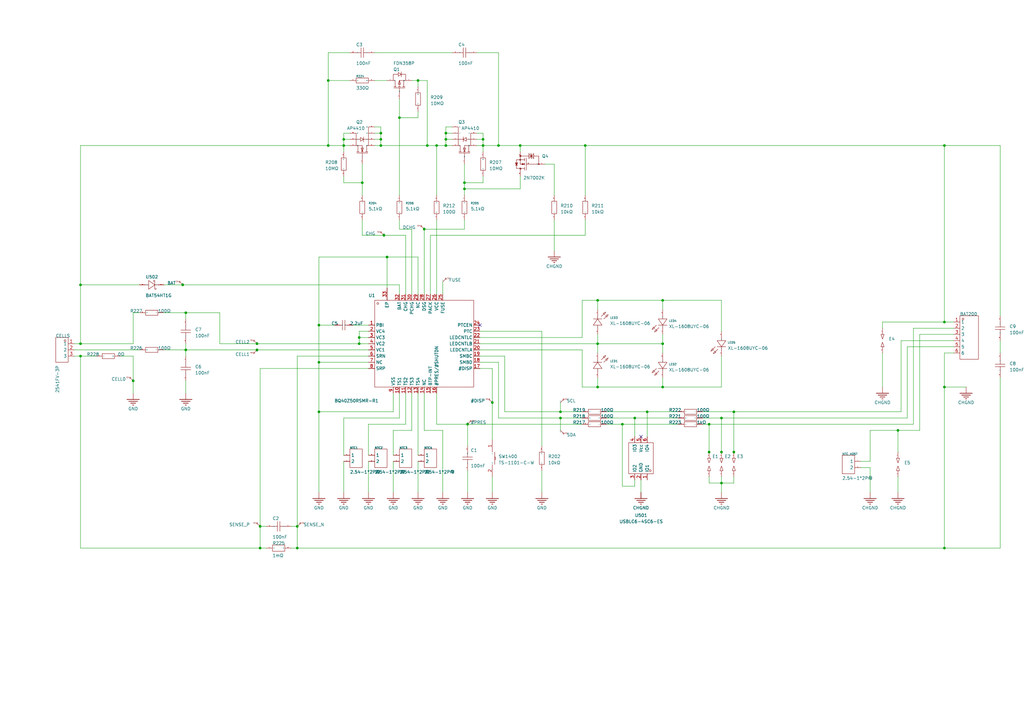
<source format=kicad_sch>
(kicad_sch
	(version 20250114)
	(generator "eeschema")
	(generator_version "9.0")
	(uuid "1c836a49-8b08-41fb-9e28-d6685addf656")
	(paper "A3")
	
	(junction
		(at 140.97 57.15)
		(diameter 0)
		(color 0 0 0 0)
		(uuid "0020660f-8260-4cea-876e-2e9508268486")
	)
	(junction
		(at 182.88 57.15)
		(diameter 0)
		(color 0 0 0 0)
		(uuid "065a5d43-257b-49db-a17e-8d1627126eec")
	)
	(junction
		(at 121.92 215.9)
		(diameter 0)
		(color 0 0 0 0)
		(uuid "080f3aff-7989-45a9-a469-9484cd8fe187")
	)
	(junction
		(at 173.99 93.98)
		(diameter 0)
		(color 0 0 0 0)
		(uuid "08e6439f-2a2d-46a4-b251-11a96b25b3d8")
	)
	(junction
		(at 245.11 140.97)
		(diameter 0)
		(color 0 0 0 0)
		(uuid "0e3d66e1-4dba-4b2a-b585-00252e4b9f47")
	)
	(junction
		(at 229.87 168.91)
		(diameter 0)
		(color 0 0 0 0)
		(uuid "0edb4514-59d8-4938-a9fa-f820cec443be")
	)
	(junction
		(at 295.91 198.12)
		(diameter 0)
		(color 0 0 0 0)
		(uuid "1003e0ce-af8c-4abe-96a7-0fa4a7591cda")
	)
	(junction
		(at 121.92 224.79)
		(diameter 0)
		(color 0 0 0 0)
		(uuid "105a0af7-17dc-46b1-b5cb-0cb7d30015c3")
	)
	(junction
		(at 190.5 74.93)
		(diameter 0)
		(color 0 0 0 0)
		(uuid "1356d659-f7b8-4032-aa3e-9ae65dcc0626")
	)
	(junction
		(at 240.03 59.69)
		(diameter 0)
		(color 0 0 0 0)
		(uuid "18cdced5-89cc-45ef-8eb1-bfee1f46792a")
	)
	(junction
		(at 182.88 59.69)
		(diameter 0)
		(color 0 0 0 0)
		(uuid "1b8df9f9-1a55-4987-b39b-40ee5d5fa30f")
	)
	(junction
		(at 182.88 54.61)
		(diameter 0)
		(color 0 0 0 0)
		(uuid "245909d2-894a-41fb-aba9-cefbd8442412")
	)
	(junction
		(at 156.21 59.69)
		(diameter 0)
		(color 0 0 0 0)
		(uuid "24e568c5-e3c1-479e-8785-c67f68191dd7")
	)
	(junction
		(at 163.83 48.26)
		(diameter 0)
		(color 0 0 0 0)
		(uuid "305b7346-7ff7-4d14-a186-9c5fe3067c87")
	)
	(junction
		(at 271.78 140.97)
		(diameter 0)
		(color 0 0 0 0)
		(uuid "38308fb0-bb66-477d-82a2-91f9fd07e9f1")
	)
	(junction
		(at 387.35 132.08)
		(diameter 0)
		(color 0 0 0 0)
		(uuid "3b736358-c77d-4218-9e5b-647a23320198")
	)
	(junction
		(at 147.32 140.97)
		(diameter 0)
		(color 0 0 0 0)
		(uuid "402b6fb0-2122-4afc-8b5b-eb58d3be882d")
	)
	(junction
		(at 387.35 59.69)
		(diameter 0)
		(color 0 0 0 0)
		(uuid "415c71ee-3cf2-4ce6-8af8-fc60800cd6f7")
	)
	(junction
		(at 190.5 77.47)
		(diameter 0)
		(color 0 0 0 0)
		(uuid "416b4103-6b72-4a5d-beab-5be7c52ade53")
	)
	(junction
		(at 245.11 158.75)
		(diameter 0)
		(color 0 0 0 0)
		(uuid "42a3a199-5f47-49c4-b9e3-bedebd338968")
	)
	(junction
		(at 156.21 54.61)
		(diameter 0)
		(color 0 0 0 0)
		(uuid "43b11346-5ce5-45d8-871d-058a732f21e3")
	)
	(junction
		(at 105.41 140.97)
		(diameter 0)
		(color 0 0 0 0)
		(uuid "447d457d-f28f-4eef-89f7-1ab49da77208")
	)
	(junction
		(at 74.93 116.84)
		(diameter 0)
		(color 0 0 0 0)
		(uuid "44edb3fc-ea74-41a3-b1d6-33087871c7a9")
	)
	(junction
		(at 265.43 168.91)
		(diameter 0)
		(color 0 0 0 0)
		(uuid "48b9ff73-d0c1-4a8f-8c83-e844922e4363")
	)
	(junction
		(at 204.47 59.69)
		(diameter 0)
		(color 0 0 0 0)
		(uuid "4bfd991a-b36a-4dfa-bceb-168eb4ce4b30")
	)
	(junction
		(at 148.59 74.93)
		(diameter 0)
		(color 0 0 0 0)
		(uuid "5b7326cb-f4e2-4324-a6bf-ca2619d7abb1")
	)
	(junction
		(at 179.07 59.69)
		(diameter 0)
		(color 0 0 0 0)
		(uuid "5ba0820c-95ad-4b55-be7a-b2381a3d403b")
	)
	(junction
		(at 213.36 59.69)
		(diameter 0)
		(color 0 0 0 0)
		(uuid "6be27b51-b285-409e-a19a-7c1ca348a33a")
	)
	(junction
		(at 295.91 171.45)
		(diameter 0)
		(color 0 0 0 0)
		(uuid "6ccfcd39-dcd4-4ab0-b4b6-617689b43f0f")
	)
	(junction
		(at 245.11 123.19)
		(diameter 0)
		(color 0 0 0 0)
		(uuid "6cf330fd-2b3d-452d-a5a8-096b21a492bc")
	)
	(junction
		(at 33.02 146.05)
		(diameter 0)
		(color 0 0 0 0)
		(uuid "6e50d244-8af7-4693-b3b1-28cc8ade29d7")
	)
	(junction
		(at 33.02 140.97)
		(diameter 0)
		(color 0 0 0 0)
		(uuid "6f0419da-5a08-4900-b6eb-457eb4b562fb")
	)
	(junction
		(at 191.77 173.99)
		(diameter 0)
		(color 0 0 0 0)
		(uuid "7556dec3-4103-476b-90e4-72121e569702")
	)
	(junction
		(at 54.61 156.21)
		(diameter 0)
		(color 0 0 0 0)
		(uuid "7aa95d1e-1ad9-4e98-8a23-46120cd9a4f4")
	)
	(junction
		(at 130.81 148.59)
		(diameter 0)
		(color 0 0 0 0)
		(uuid "81b1e1cb-8345-4c74-96a3-2ce67c3710f6")
	)
	(junction
		(at 76.2 128.27)
		(diameter 0)
		(color 0 0 0 0)
		(uuid "87390476-0698-4142-be0a-4331dfb52a4d")
	)
	(junction
		(at 387.35 224.79)
		(diameter 0)
		(color 0 0 0 0)
		(uuid "8d548e05-9ca8-473e-b09e-d86dce02fb99")
	)
	(junction
		(at 201.93 165.1)
		(diameter 0)
		(color 0 0 0 0)
		(uuid "8eecb29f-8382-4f3d-8e8d-3bd2b16832e3")
	)
	(junction
		(at 295.91 185.42)
		(diameter 0)
		(color 0 0 0 0)
		(uuid "9403dce5-57e8-491a-87b6-18db986681fc")
	)
	(junction
		(at 271.78 158.75)
		(diameter 0)
		(color 0 0 0 0)
		(uuid "96d8b58b-b3bc-4c7a-9996-3d8a198cddc3")
	)
	(junction
		(at 33.02 116.84)
		(diameter 0)
		(color 0 0 0 0)
		(uuid "9c5082e9-04b8-474b-8acd-04b78fb312c2")
	)
	(junction
		(at 147.32 138.43)
		(diameter 0)
		(color 0 0 0 0)
		(uuid "9ebf3f05-2529-4933-8d82-68fdbac74564")
	)
	(junction
		(at 387.35 158.75)
		(diameter 0)
		(color 0 0 0 0)
		(uuid "a3cf6a5c-de9a-4761-ad99-ba495f05d3c4")
	)
	(junction
		(at 198.12 59.69)
		(diameter 0)
		(color 0 0 0 0)
		(uuid "a57e7a08-adc3-4888-b149-34b1cf6c5ba3")
	)
	(junction
		(at 140.97 59.69)
		(diameter 0)
		(color 0 0 0 0)
		(uuid "a84609d6-62e4-4185-a7f9-7d31d36820da")
	)
	(junction
		(at 175.26 59.69)
		(diameter 0)
		(color 0 0 0 0)
		(uuid "b39c6b4d-2e94-496e-9f50-8f34f6b1d518")
	)
	(junction
		(at 76.2 143.51)
		(diameter 0)
		(color 0 0 0 0)
		(uuid "bae874ac-8a9f-45ee-a8e9-6fe03817e846")
	)
	(junction
		(at 300.99 185.42)
		(diameter 0)
		(color 0 0 0 0)
		(uuid "c506dbfc-d7a0-4bd3-91b8-639883e36203")
	)
	(junction
		(at 134.62 59.69)
		(diameter 0)
		(color 0 0 0 0)
		(uuid "c5fee1ec-29dc-4aaf-af95-509443b91eff")
	)
	(junction
		(at 260.35 171.45)
		(diameter 0)
		(color 0 0 0 0)
		(uuid "c911574f-3c82-4c00-a9ae-41e0222b6ef1")
	)
	(junction
		(at 105.41 143.51)
		(diameter 0)
		(color 0 0 0 0)
		(uuid "ccfecb96-3380-4b86-b433-e8d0897ad149")
	)
	(junction
		(at 255.27 173.99)
		(diameter 0)
		(color 0 0 0 0)
		(uuid "d0687144-1408-473a-a654-a69e8a56173d")
	)
	(junction
		(at 271.78 123.19)
		(diameter 0)
		(color 0 0 0 0)
		(uuid "d0b4c4f6-752e-43a6-843e-e63e56201965")
	)
	(junction
		(at 229.87 171.45)
		(diameter 0)
		(color 0 0 0 0)
		(uuid "d19804a9-0ecd-4209-8d9e-c03c8eef2d3e")
	)
	(junction
		(at 106.68 215.9)
		(diameter 0)
		(color 0 0 0 0)
		(uuid "d89ea8e2-79cd-4c1d-9d04-f69efb034587")
	)
	(junction
		(at 171.45 33.02)
		(diameter 0)
		(color 0 0 0 0)
		(uuid "d9076a0f-6ae7-4e58-aa79-16df608e75c7")
	)
	(junction
		(at 157.48 96.52)
		(diameter 0)
		(color 0 0 0 0)
		(uuid "db2e1f9c-da93-4c30-b96a-27a74e83716c")
	)
	(junction
		(at 198.12 57.15)
		(diameter 0)
		(color 0 0 0 0)
		(uuid "e331f247-2bfd-4360-b2e4-fe1ae39cf55a")
	)
	(junction
		(at 106.68 224.79)
		(diameter 0)
		(color 0 0 0 0)
		(uuid "e5ff3eb7-f976-4974-8ea2-d6b361850ca1")
	)
	(junction
		(at 156.21 57.15)
		(diameter 0)
		(color 0 0 0 0)
		(uuid "e75d121e-153f-455f-907c-ee47213134c0")
	)
	(junction
		(at 290.83 185.42)
		(diameter 0)
		(color 0 0 0 0)
		(uuid "f1cd1fa2-3d53-4ff9-963d-4fc420655595")
	)
	(junction
		(at 158.75 105.41)
		(diameter 0)
		(color 0 0 0 0)
		(uuid "f31b98c9-b592-488f-8baa-9ac42a3afa51")
	)
	(junction
		(at 130.81 168.91)
		(diameter 0)
		(color 0 0 0 0)
		(uuid "f42c2422-de65-43d8-9676-b8ff0cbf3931")
	)
	(junction
		(at 290.83 173.99)
		(diameter 0)
		(color 0 0 0 0)
		(uuid "f7336e7f-f1ad-43f8-ae14-9dfe0c3ac8d9")
	)
	(junction
		(at 368.3 176.53)
		(diameter 0)
		(color 0 0 0 0)
		(uuid "f9728f45-c419-46a7-9a84-00406830ffb5")
	)
	(junction
		(at 300.99 168.91)
		(diameter 0)
		(color 0 0 0 0)
		(uuid "fa436d87-7f0a-4704-a9c6-3596bde5e91e")
	)
	(junction
		(at 134.62 33.02)
		(diameter 0)
		(color 0 0 0 0)
		(uuid "fae9dbf6-41d7-4cce-b3bd-a6cfbac70e8b")
	)
	(junction
		(at 130.81 133.35)
		(diameter 0)
		(color 0 0 0 0)
		(uuid "fb08c09c-1ad7-403c-bdb0-a50b36a6d94c")
	)
	(no_connect
		(at 262.89 179.07)
		(uuid "27206192-7627-4163-8fb1-5acb63dc27bb")
	)
	(no_connect
		(at 196.85 133.35)
		(uuid "b41841fe-3f52-4c9c-b1bd-b576fd4fea1c")
	)
	(wire
		(pts
			(xy 173.99 93.98) (xy 173.99 120.65)
		)
		(stroke
			(width 0)
			(type default)
		)
		(uuid "0050cb89-1888-4626-b8e8-2ff8355dd5dd")
	)
	(wire
		(pts
			(xy 361.95 132.08) (xy 387.35 132.08)
		)
		(stroke
			(width 0)
			(type default)
		)
		(uuid "0063e9bb-1763-4488-bb77-eb073b9c6036")
	)
	(wire
		(pts
			(xy 222.25 201.93) (xy 222.25 193.04)
		)
		(stroke
			(width 0)
			(type default)
		)
		(uuid "00a42cf9-6326-4c6f-ae4a-31b1c8062310")
	)
	(wire
		(pts
			(xy 182.88 59.69) (xy 182.88 57.15)
		)
		(stroke
			(width 0)
			(type default)
		)
		(uuid "00f9f4c0-cfbe-43ee-beb8-827ee5a61b79")
	)
	(wire
		(pts
			(xy 201.93 151.13) (xy 201.93 165.1)
		)
		(stroke
			(width 0)
			(type default)
		)
		(uuid "018f72b8-54a2-44c3-b2a3-e22154b2824e")
	)
	(wire
		(pts
			(xy 369.57 168.91) (xy 369.57 139.7)
		)
		(stroke
			(width 0)
			(type default)
		)
		(uuid "02a8a241-bc6d-4c2a-90d2-94e7d4738401")
	)
	(wire
		(pts
			(xy 140.97 74.93) (xy 140.97 72.39)
		)
		(stroke
			(width 0)
			(type default)
		)
		(uuid "02d6d81c-6bf9-415e-ba09-b7ada779087c")
	)
	(wire
		(pts
			(xy 265.43 168.91) (xy 278.13 168.91)
		)
		(stroke
			(width 0)
			(type default)
		)
		(uuid "0308219b-7c66-4a77-b3eb-4d3a39cff705")
	)
	(wire
		(pts
			(xy 163.83 171.45) (xy 163.83 161.29)
		)
		(stroke
			(width 0)
			(type default)
		)
		(uuid "032fcb12-265b-4d1d-89fe-58c8b1d52706")
	)
	(wire
		(pts
			(xy 198.12 59.69) (xy 195.58 59.69)
		)
		(stroke
			(width 0)
			(type default)
		)
		(uuid "037e0382-b202-4c1a-ae62-617f5fad5c0a")
	)
	(wire
		(pts
			(xy 377.19 176.53) (xy 377.19 137.16)
		)
		(stroke
			(width 0)
			(type default)
		)
		(uuid "047e273d-8c3e-4a27-955f-01b3a8b37512")
	)
	(wire
		(pts
			(xy 185.42 57.15) (xy 182.88 57.15)
		)
		(stroke
			(width 0)
			(type default)
		)
		(uuid "051751b2-fbb8-4743-b63f-1fd799b5614f")
	)
	(wire
		(pts
			(xy 238.76 123.19) (xy 238.76 138.43)
		)
		(stroke
			(width 0)
			(type default)
		)
		(uuid "07a05cd5-3a24-42bf-8a0b-ebf746594cef")
	)
	(wire
		(pts
			(xy 300.99 168.91) (xy 300.99 185.42)
		)
		(stroke
			(width 0)
			(type default)
		)
		(uuid "07b4b1b7-d2b8-4c8e-90ac-073b05f38479")
	)
	(wire
		(pts
			(xy 295.91 198.12) (xy 295.91 195.58)
		)
		(stroke
			(width 0)
			(type default)
		)
		(uuid "0962ad71-e53f-4da8-afea-9436e793d56e")
	)
	(wire
		(pts
			(xy 295.91 135.89) (xy 295.91 123.19)
		)
		(stroke
			(width 0)
			(type default)
		)
		(uuid "09e7e315-7fd2-422b-a5aa-47a84d5ae604")
	)
	(wire
		(pts
			(xy 265.43 168.91) (xy 248.92 168.91)
		)
		(stroke
			(width 0)
			(type default)
		)
		(uuid "0b09d95c-77dc-4ece-bbfd-d70fe754a0fa")
	)
	(wire
		(pts
			(xy 156.21 52.07) (xy 153.67 52.07)
		)
		(stroke
			(width 0)
			(type default)
		)
		(uuid "0bcc4c41-d64f-4307-9779-a5c0a520e25d")
	)
	(wire
		(pts
			(xy 240.03 96.52) (xy 176.53 96.52)
		)
		(stroke
			(width 0)
			(type default)
		)
		(uuid "0c6df1e5-10db-4834-bbbb-2696afee68fc")
	)
	(wire
		(pts
			(xy 245.11 127) (xy 245.11 123.19)
		)
		(stroke
			(width 0)
			(type default)
		)
		(uuid "0dc6d24f-9378-4e6b-bc13-9a81298a5255")
	)
	(wire
		(pts
			(xy 377.19 137.16) (xy 391.16 137.16)
		)
		(stroke
			(width 0)
			(type default)
		)
		(uuid "0dcb43ac-c9da-4da2-8374-5ff85d514a8d")
	)
	(wire
		(pts
			(xy 76.2 143.51) (xy 67.31 143.51)
		)
		(stroke
			(width 0)
			(type default)
		)
		(uuid "0eebbdbc-72a1-4583-9685-5c216e47e238")
	)
	(wire
		(pts
			(xy 387.35 144.78) (xy 387.35 158.75)
		)
		(stroke
			(width 0)
			(type default)
		)
		(uuid "0fa2b927-897a-43c5-9dfc-e709566513a7")
	)
	(wire
		(pts
			(xy 196.85 140.97) (xy 245.11 140.97)
		)
		(stroke
			(width 0)
			(type default)
		)
		(uuid "134d37c0-69e9-45bc-9fdc-310adc09a63c")
	)
	(wire
		(pts
			(xy 163.83 48.26) (xy 171.45 48.26)
		)
		(stroke
			(width 0)
			(type default)
		)
		(uuid "14d60d01-3072-4d45-8bec-f7c071c48d6b")
	)
	(wire
		(pts
			(xy 213.36 59.69) (xy 240.03 59.69)
		)
		(stroke
			(width 0)
			(type default)
		)
		(uuid "157eb6f0-44df-49ff-80a6-aa694bb1d159")
	)
	(wire
		(pts
			(xy 57.15 128.27) (xy 54.61 128.27)
		)
		(stroke
			(width 0)
			(type default)
		)
		(uuid "15c08e20-2fb2-4823-9b30-12f500529f1c")
	)
	(wire
		(pts
			(xy 271.78 154.94) (xy 271.78 158.75)
		)
		(stroke
			(width 0)
			(type default)
		)
		(uuid "15f4d6f9-9bcd-471b-9d3d-2e82f775dcc5")
	)
	(wire
		(pts
			(xy 147.32 140.97) (xy 147.32 138.43)
		)
		(stroke
			(width 0)
			(type default)
		)
		(uuid "163667c1-6938-4582-aa6b-a53087c875e0")
	)
	(wire
		(pts
			(xy 240.03 90.17) (xy 240.03 96.52)
		)
		(stroke
			(width 0)
			(type default)
		)
		(uuid "1695859a-3e59-419c-b715-c9e27f04ffbf")
	)
	(wire
		(pts
			(xy 185.42 21.59) (xy 153.67 21.59)
		)
		(stroke
			(width 0)
			(type default)
		)
		(uuid "185c20d3-2e0d-49e1-9a77-c2deefda8448")
	)
	(wire
		(pts
			(xy 33.02 140.97) (xy 30.48 140.97)
		)
		(stroke
			(width 0)
			(type default)
		)
		(uuid "1a2eeda2-c87b-4926-acf7-42fc1d73c551")
	)
	(wire
		(pts
			(xy 295.91 185.42) (xy 295.91 185.4454)
		)
		(stroke
			(width 0)
			(type default)
		)
		(uuid "1b47f9f3-2fb7-4622-abbe-e26acc4bb887")
	)
	(wire
		(pts
			(xy 290.83 173.99) (xy 288.29 173.99)
		)
		(stroke
			(width 0)
			(type default)
		)
		(uuid "1ee40e0a-5ec5-4bf4-97d3-a09371043930")
	)
	(wire
		(pts
			(xy 130.81 133.35) (xy 130.81 148.59)
		)
		(stroke
			(width 0)
			(type default)
		)
		(uuid "20d7afc5-1955-4396-9534-b5915febbe6e")
	)
	(wire
		(pts
			(xy 33.02 146.05) (xy 39.37 146.05)
		)
		(stroke
			(width 0)
			(type default)
		)
		(uuid "211ba9c0-973f-4cc0-83fa-e567610ff982")
	)
	(wire
		(pts
			(xy 163.83 116.84) (xy 74.93 116.84)
		)
		(stroke
			(width 0)
			(type default)
		)
		(uuid "21ec6f24-7cc2-48cd-a90b-c5856747b22b")
	)
	(wire
		(pts
			(xy 121.92 215.9) (xy 121.92 224.79)
		)
		(stroke
			(width 0)
			(type default)
		)
		(uuid "243e4e4d-0e7d-471a-a470-e372c1bb5f35")
	)
	(wire
		(pts
			(xy 260.35 199.39) (xy 255.27 199.39)
		)
		(stroke
			(width 0)
			(type default)
		)
		(uuid "24696fcf-2109-46f6-b520-0e25d7b569e7")
	)
	(wire
		(pts
			(xy 410.21 139.7) (xy 410.21 144.78)
		)
		(stroke
			(width 0)
			(type default)
		)
		(uuid "2a491a03-3f99-4140-bfd0-f651af64d97b")
	)
	(wire
		(pts
			(xy 295.91 123.19) (xy 271.78 123.19)
		)
		(stroke
			(width 0)
			(type default)
		)
		(uuid "2ab42406-813c-485b-9561-b32977c7a865")
	)
	(wire
		(pts
			(xy 161.29 186.69) (xy 161.29 176.53)
		)
		(stroke
			(width 0)
			(type default)
		)
		(uuid "2b3a2b1b-2b67-4649-a0a0-99bdb36c5d50")
	)
	(wire
		(pts
			(xy 300.99 168.91) (xy 288.29 168.91)
		)
		(stroke
			(width 0)
			(type default)
		)
		(uuid "2ba75834-8a37-4459-9d94-f4a85cb6984b")
	)
	(wire
		(pts
			(xy 153.67 57.15) (xy 156.21 57.15)
		)
		(stroke
			(width 0)
			(type default)
		)
		(uuid "2c707285-37de-45a3-9a89-46adf5720d40")
	)
	(wire
		(pts
			(xy 76.2 143.51) (xy 76.2 140.97)
		)
		(stroke
			(width 0)
			(type default)
		)
		(uuid "2df0e0fc-ea3f-4af0-a6fc-301ba6e1bbd4")
	)
	(wire
		(pts
			(xy 369.57 139.7) (xy 391.16 139.7)
		)
		(stroke
			(width 0)
			(type default)
		)
		(uuid "2e74109b-2db4-49e4-af41-2336262de662")
	)
	(wire
		(pts
			(xy 175.26 33.02) (xy 175.26 59.69)
		)
		(stroke
			(width 0)
			(type default)
		)
		(uuid "2ea5be30-95b8-4a6c-9b26-da61664ae064")
	)
	(wire
		(pts
			(xy 204.47 148.59) (xy 196.85 148.59)
		)
		(stroke
			(width 0)
			(type default)
		)
		(uuid "2eb7acfa-71e6-4d2c-b0cd-bb9659e1c0ea")
	)
	(wire
		(pts
			(xy 148.59 90.17) (xy 148.59 96.52)
		)
		(stroke
			(width 0)
			(type default)
		)
		(uuid "2faf8417-6ba7-4501-a912-8071f684c8ac")
	)
	(wire
		(pts
			(xy 191.77 201.93) (xy 191.77 193.04)
		)
		(stroke
			(width 0)
			(type default)
		)
		(uuid "30141fbf-2e4b-4d1c-b235-c76f0c9a4f29")
	)
	(wire
		(pts
			(xy 130.81 133.35) (xy 137.16 133.35)
		)
		(stroke
			(width 0)
			(type default)
		)
		(uuid "3047016b-dc3f-484f-b397-07b363ca4774")
	)
	(wire
		(pts
			(xy 140.97 189.23) (xy 140.97 201.93)
		)
		(stroke
			(width 0)
			(type default)
		)
		(uuid "309bba2e-5e64-4cfd-95b0-a0f7705576a0")
	)
	(wire
		(pts
			(xy 134.62 59.69) (xy 140.97 59.69)
		)
		(stroke
			(width 0)
			(type default)
		)
		(uuid "30b710b2-3275-4a1f-b56e-c6efbee82571")
	)
	(wire
		(pts
			(xy 361.95 132.08) (xy 361.95 134.62)
		)
		(stroke
			(width 0)
			(type default)
		)
		(uuid "319736f8-dd8f-4d1c-b95c-51eb97565456")
	)
	(wire
		(pts
			(xy 227.33 90.17) (xy 227.33 102.87)
		)
		(stroke
			(width 0)
			(type default)
		)
		(uuid "3277d9c1-d3cb-4f28-a13f-254ceffbb925")
	)
	(wire
		(pts
			(xy 353.06 189.23) (xy 356.87 189.23)
		)
		(stroke
			(width 0)
			(type default)
		)
		(uuid "35e600b1-3b8d-40ee-ba84-221d47e3ec0b")
	)
	(wire
		(pts
			(xy 171.45 48.26) (xy 171.45 45.72)
		)
		(stroke
			(width 0)
			(type default)
		)
		(uuid "36d25877-3d4a-4c92-b7ef-fe70b2c490fd")
	)
	(wire
		(pts
			(xy 163.83 40.64) (xy 163.83 48.26)
		)
		(stroke
			(width 0)
			(type default)
		)
		(uuid "3a3c0f4d-eacd-4e33-8581-08a26ee89106")
	)
	(wire
		(pts
			(xy 33.02 146.05) (xy 33.02 224.79)
		)
		(stroke
			(width 0)
			(type default)
		)
		(uuid "3b2a217a-3a5b-49ed-bfd2-6905f68af8b5")
	)
	(wire
		(pts
			(xy 374.65 173.99) (xy 374.65 134.62)
		)
		(stroke
			(width 0)
			(type default)
		)
		(uuid "3b63e5be-33e7-4f51-8e2b-01f99b2ee270")
	)
	(wire
		(pts
			(xy 238.76 173.99) (xy 191.77 173.99)
		)
		(stroke
			(width 0)
			(type default)
		)
		(uuid "3b8b8685-58c9-4dfc-aaa6-cc7eed69bdf2")
	)
	(wire
		(pts
			(xy 271.78 158.75) (xy 245.11 158.75)
		)
		(stroke
			(width 0)
			(type default)
		)
		(uuid "3c472609-cea4-4399-a0c6-f6dfaa9d1938")
	)
	(wire
		(pts
			(xy 161.29 189.23) (xy 161.29 201.93)
		)
		(stroke
			(width 0)
			(type default)
		)
		(uuid "3e0acafe-1399-4a00-8951-3c2462c127cc")
	)
	(wire
		(pts
			(xy 260.35 171.45) (xy 248.92 171.45)
		)
		(stroke
			(width 0)
			(type default)
		)
		(uuid "3e477b6c-17fc-45a9-8fe7-1c38ca88e520")
	)
	(wire
		(pts
			(xy 151.13 148.59) (xy 130.81 148.59)
		)
		(stroke
			(width 0)
			(type default)
		)
		(uuid "400a2843-c85b-457b-96c0-d65eac20d0c8")
	)
	(wire
		(pts
			(xy 166.37 96.52) (xy 166.37 120.65)
		)
		(stroke
			(width 0)
			(type default)
		)
		(uuid "406c3740-14d2-4b7f-b448-3fab88266d2f")
	)
	(wire
		(pts
			(xy 262.89 196.85) (xy 262.89 201.93)
		)
		(stroke
			(width 0)
			(type default)
		)
		(uuid "41809f3a-7a4d-4025-ab36-2af77ca53795")
	)
	(wire
		(pts
			(xy 190.5 90.17) (xy 190.5 93.98)
		)
		(stroke
			(width 0)
			(type default)
		)
		(uuid "418a8ad9-2d52-4c4f-8e38-b1ea0483391a")
	)
	(wire
		(pts
			(xy 105.41 143.51) (xy 76.2 143.51)
		)
		(stroke
			(width 0)
			(type default)
		)
		(uuid "41f25126-2e86-48c2-ada9-25294bf86ae7")
	)
	(wire
		(pts
			(xy 204.47 59.69) (xy 213.36 59.69)
		)
		(stroke
			(width 0)
			(type default)
		)
		(uuid "42115ed5-6f4c-4205-962f-71892f75a985")
	)
	(wire
		(pts
			(xy 143.51 33.02) (xy 134.62 33.02)
		)
		(stroke
			(width 0)
			(type default)
		)
		(uuid "461c6ade-fccd-48ec-a384-981076ecf719")
	)
	(wire
		(pts
			(xy 171.45 186.69) (xy 171.45 161.29)
		)
		(stroke
			(width 0)
			(type default)
		)
		(uuid "49d8346c-5887-45bc-9f7e-277f43a9ca7b")
	)
	(wire
		(pts
			(xy 106.68 215.9) (xy 106.68 151.13)
		)
		(stroke
			(width 0)
			(type default)
		)
		(uuid "4b3ea2a4-e553-4094-b367-8bf096ea9774")
	)
	(wire
		(pts
			(xy 163.83 93.98) (xy 168.91 93.98)
		)
		(stroke
			(width 0)
			(type default)
		)
		(uuid "4b4a10eb-175c-43c5-85f5-4a7bf693e914")
	)
	(wire
		(pts
			(xy 121.92 215.9) (xy 121.92 146.05)
		)
		(stroke
			(width 0)
			(type default)
		)
		(uuid "4b5d1041-d42e-4efd-9f4c-dfd0aed748cb")
	)
	(wire
		(pts
			(xy 33.02 116.84) (xy 57.15 116.84)
		)
		(stroke
			(width 0)
			(type default)
		)
		(uuid "4cfe8422-93bd-4848-8a75-3845b5419c27")
	)
	(wire
		(pts
			(xy 148.59 67.31) (xy 148.59 74.93)
		)
		(stroke
			(width 0)
			(type default)
		)
		(uuid "4d4771ec-d768-496b-bce0-f22e57182707")
	)
	(wire
		(pts
			(xy 356.87 189.23) (xy 356.87 176.53)
		)
		(stroke
			(width 0)
			(type default)
		)
		(uuid "4d8ddbb9-ba9f-4475-afc8-51d4415c88bd")
	)
	(wire
		(pts
			(xy 198.12 74.93) (xy 190.5 74.93)
		)
		(stroke
			(width 0)
			(type default)
		)
		(uuid "4e4f2927-7f64-4bf9-b59a-cc57f2d17669")
	)
	(wire
		(pts
			(xy 290.83 173.99) (xy 290.83 185.42)
		)
		(stroke
			(width 0)
			(type default)
		)
		(uuid "4ee1077f-1ece-4ba6-b157-438c585af513")
	)
	(wire
		(pts
			(xy 140.97 59.69) (xy 140.97 57.15)
		)
		(stroke
			(width 0)
			(type default)
		)
		(uuid "4ee2e1b8-a5e8-4af3-9810-28350bb76738")
	)
	(wire
		(pts
			(xy 198.12 74.93) (xy 198.12 72.39)
		)
		(stroke
			(width 0)
			(type default)
		)
		(uuid "50559112-340b-4c51-a0f3-b1f9c6ca058b")
	)
	(wire
		(pts
			(xy 173.99 176.53) (xy 181.61 176.53)
		)
		(stroke
			(width 0)
			(type default)
		)
		(uuid "5071ee1c-e233-4f91-a0b2-c46d85499acc")
	)
	(wire
		(pts
			(xy 238.76 168.91) (xy 229.87 168.91)
		)
		(stroke
			(width 0)
			(type default)
		)
		(uuid "5095ec01-7b0f-4590-b1d7-180b0474c5d4")
	)
	(wire
		(pts
			(xy 271.78 137.16) (xy 271.78 140.97)
		)
		(stroke
			(width 0)
			(type default)
		)
		(uuid "509aadeb-1664-4304-9e32-0664b13625b3")
	)
	(wire
		(pts
			(xy 153.67 54.61) (xy 156.21 54.61)
		)
		(stroke
			(width 0)
			(type default)
		)
		(uuid "50be248a-bda8-4673-8a12-05f9a02d33be")
	)
	(wire
		(pts
			(xy 179.07 80.01) (xy 179.07 59.69)
		)
		(stroke
			(width 0)
			(type default)
		)
		(uuid "51dfb5d1-469f-4936-9b57-b5cf2a7e209b")
	)
	(wire
		(pts
			(xy 134.62 33.02) (xy 134.62 59.69)
		)
		(stroke
			(width 0)
			(type default)
		)
		(uuid "524d4fd2-8196-4e63-bab1-ec08fe8e21d5")
	)
	(wire
		(pts
			(xy 190.5 74.93) (xy 190.5 77.47)
		)
		(stroke
			(width 0)
			(type default)
		)
		(uuid "53a54e0c-b383-49c7-b1c3-daee6fb6181b")
	)
	(wire
		(pts
			(xy 134.62 21.59) (xy 134.62 33.02)
		)
		(stroke
			(width 0)
			(type default)
		)
		(uuid "53bdb7fc-d73b-4892-a7ae-8efafc3c942b")
	)
	(wire
		(pts
			(xy 76.2 128.27) (xy 76.2 130.81)
		)
		(stroke
			(width 0)
			(type default)
		)
		(uuid "54027135-c025-4c63-a382-4141ea408a3b")
	)
	(wire
		(pts
			(xy 229.87 168.91) (xy 229.87 165.1)
		)
		(stroke
			(width 0)
			(type default)
		)
		(uuid "54c08e68-4764-4ebd-8123-1a481e055c51")
	)
	(wire
		(pts
			(xy 33.02 116.84) (xy 33.02 140.97)
		)
		(stroke
			(width 0)
			(type default)
		)
		(uuid "551afb5a-d294-4e8a-9549-8bcabc4967f4")
	)
	(wire
		(pts
			(xy 271.78 140.97) (xy 245.11 140.97)
		)
		(stroke
			(width 0)
			(type default)
		)
		(uuid "5539a8a6-90f8-48d9-8fec-2d6320fb8377")
	)
	(wire
		(pts
			(xy 153.67 33.02) (xy 158.75 33.02)
		)
		(stroke
			(width 0)
			(type default)
		)
		(uuid "56102f80-4c6f-4f19-87f1-1b142b0b6896")
	)
	(wire
		(pts
			(xy 121.92 224.79) (xy 119.38 224.79)
		)
		(stroke
			(width 0)
			(type default)
		)
		(uuid "5690eeac-3810-4039-90e7-c170db18223c")
	)
	(wire
		(pts
			(xy 168.91 33.02) (xy 171.45 33.02)
		)
		(stroke
			(width 0)
			(type default)
		)
		(uuid "576691a5-ea3d-4883-945c-db5e364830d0")
	)
	(wire
		(pts
			(xy 198.12 57.15) (xy 198.12 54.61)
		)
		(stroke
			(width 0)
			(type default)
		)
		(uuid "57d44b52-b51f-46f4-a671-5fece23be6e8")
	)
	(wire
		(pts
			(xy 134.62 59.69) (xy 33.02 59.69)
		)
		(stroke
			(width 0)
			(type default)
		)
		(uuid "57def918-e3be-44d4-a8ba-fb13fb844368")
	)
	(wire
		(pts
			(xy 410.21 154.94) (xy 410.21 224.79)
		)
		(stroke
			(width 0)
			(type default)
		)
		(uuid "593c7ecd-1da3-477f-a44a-12e3ae45adc3")
	)
	(wire
		(pts
			(xy 148.59 96.52) (xy 157.48 96.52)
		)
		(stroke
			(width 0)
			(type default)
		)
		(uuid "5ba6ba66-bf20-48fd-b255-e11ee359de0d")
	)
	(wire
		(pts
			(xy 166.37 173.99) (xy 166.37 161.29)
		)
		(stroke
			(width 0)
			(type default)
		)
		(uuid "5d10032a-e977-43e0-a906-5ef463327242")
	)
	(wire
		(pts
			(xy 290.83 185.42) (xy 290.83 185.4454)
		)
		(stroke
			(width 0)
			(type default)
		)
		(uuid "5d53c2e8-4ead-41a8-b96b-2a97246f2d09")
	)
	(wire
		(pts
			(xy 109.22 215.9) (xy 106.68 215.9)
		)
		(stroke
			(width 0)
			(type default)
		)
		(uuid "5d953307-a08d-43f5-9f35-5b0045092567")
	)
	(wire
		(pts
			(xy 144.78 133.35) (xy 151.13 133.35)
		)
		(stroke
			(width 0)
			(type default)
		)
		(uuid "5da8a442-eaaa-450f-958a-f718cbef2145")
	)
	(wire
		(pts
			(xy 195.58 21.59) (xy 204.47 21.59)
		)
		(stroke
			(width 0)
			(type default)
		)
		(uuid "5fbc31b6-5ae7-42c0-9ada-a27edbdc3002")
	)
	(wire
		(pts
			(xy 148.59 74.93) (xy 148.59 80.01)
		)
		(stroke
			(width 0)
			(type default)
		)
		(uuid "610b2e5b-89c9-461c-9bbb-2ec7137a3cab")
	)
	(wire
		(pts
			(xy 290.83 173.99) (xy 374.65 173.99)
		)
		(stroke
			(width 0)
			(type default)
		)
		(uuid "61b78914-8187-45a5-a029-251182c9b6bd")
	)
	(wire
		(pts
			(xy 255.27 199.39) (xy 255.27 173.99)
		)
		(stroke
			(width 0)
			(type default)
		)
		(uuid "61becd9a-09e1-4712-a6b4-45cd96882bf0")
	)
	(wire
		(pts
			(xy 158.75 105.41) (xy 130.81 105.41)
		)
		(stroke
			(width 0)
			(type default)
		)
		(uuid "61d1243d-5061-4b17-9b44-639b590ad5c6")
	)
	(wire
		(pts
			(xy 168.91 176.53) (xy 168.91 161.29)
		)
		(stroke
			(width 0)
			(type default)
		)
		(uuid "620a67fc-7b62-45b3-8d52-19279cbfc94b")
	)
	(wire
		(pts
			(xy 191.77 173.99) (xy 179.07 173.99)
		)
		(stroke
			(width 0)
			(type default)
		)
		(uuid "626be39d-5bf9-4e6f-9536-b2214b89966d")
	)
	(wire
		(pts
			(xy 260.35 196.85) (xy 260.35 199.39)
		)
		(stroke
			(width 0)
			(type default)
		)
		(uuid "626f7480-0959-4f95-b614-a319c2963702")
	)
	(wire
		(pts
			(xy 204.47 171.45) (xy 229.87 171.45)
		)
		(stroke
			(width 0)
			(type default)
		)
		(uuid "627f231f-4a30-4c14-a5a4-3f611e0bd95b")
	)
	(wire
		(pts
			(xy 372.11 171.45) (xy 372.11 142.24)
		)
		(stroke
			(width 0)
			(type default)
		)
		(uuid "6369ce0e-ea9d-427b-8599-bc636ded87cf")
	)
	(wire
		(pts
			(xy 295.91 171.45) (xy 288.29 171.45)
		)
		(stroke
			(width 0)
			(type default)
		)
		(uuid "6542256d-c0a0-4590-b092-bd4f16c58001")
	)
	(wire
		(pts
			(xy 179.07 120.65) (xy 179.07 90.17)
		)
		(stroke
			(width 0)
			(type default)
		)
		(uuid "65a0ecaf-d3a9-4c74-abc4-8f81efc02fab")
	)
	(wire
		(pts
			(xy 290.83 195.58) (xy 290.83 198.12)
		)
		(stroke
			(width 0)
			(type default)
		)
		(uuid "65e00bef-d154-483c-b03b-dbc35f1187fa")
	)
	(wire
		(pts
			(xy 190.5 80.01) (xy 190.5 77.47)
		)
		(stroke
			(width 0)
			(type default)
		)
		(uuid "6791f474-a83c-4e27-a723-04eeda824ea7")
	)
	(wire
		(pts
			(xy 245.11 144.78) (xy 245.11 140.97)
		)
		(stroke
			(width 0)
			(type default)
		)
		(uuid "67c515fd-eea8-4632-aa78-8570a64d8db7")
	)
	(wire
		(pts
			(xy 204.47 59.69) (xy 198.12 59.69)
		)
		(stroke
			(width 0)
			(type default)
		)
		(uuid "68188f15-8dee-4fbb-8fef-ee3937065c65")
	)
	(wire
		(pts
			(xy 33.02 146.05) (xy 30.48 146.05)
		)
		(stroke
			(width 0)
			(type default)
		)
		(uuid "6836ec0b-6175-4547-a450-1a908d559831")
	)
	(wire
		(pts
			(xy 410.21 59.69) (xy 387.35 59.69)
		)
		(stroke
			(width 0)
			(type default)
		)
		(uuid "6b5fef65-e6ab-4f17-b6f6-8c1f87138abf")
	)
	(wire
		(pts
			(xy 74.93 116.84) (xy 67.31 116.84)
		)
		(stroke
			(width 0)
			(type default)
		)
		(uuid "6ccae671-b523-4243-9ccd-99d860b1b5c2")
	)
	(wire
		(pts
			(xy 198.12 59.69) (xy 198.12 57.15)
		)
		(stroke
			(width 0)
			(type default)
		)
		(uuid "6e1fdedc-9013-4039-9212-42e8f289f187")
	)
	(wire
		(pts
			(xy 130.81 201.93) (xy 130.81 168.91)
		)
		(stroke
			(width 0)
			(type default)
		)
		(uuid "7016e18f-49e6-42be-9474-4f360095f19b")
	)
	(wire
		(pts
			(xy 300.99 168.91) (xy 369.57 168.91)
		)
		(stroke
			(width 0)
			(type default)
		)
		(uuid "70d688df-7b49-4878-8f09-4a6384738e4e")
	)
	(wire
		(pts
			(xy 361.95 158.75) (xy 361.95 144.78)
		)
		(stroke
			(width 0)
			(type default)
		)
		(uuid "7187bdf1-5536-46a3-862b-a0b30f26bf27")
	)
	(wire
		(pts
			(xy 151.13 143.51) (xy 105.41 143.51)
		)
		(stroke
			(width 0)
			(type default)
		)
		(uuid "745e399e-5ac5-4348-8e8b-18484d27da6a")
	)
	(wire
		(pts
			(xy 30.48 143.51) (xy 57.15 143.51)
		)
		(stroke
			(width 0)
			(type default)
		)
		(uuid "74b8b5b6-cf16-4261-a167-b03496f2ec80")
	)
	(wire
		(pts
			(xy 173.99 176.53) (xy 173.99 161.29)
		)
		(stroke
			(width 0)
			(type default)
		)
		(uuid "7522d481-30dd-417b-aa19-0c48b347550a")
	)
	(wire
		(pts
			(xy 240.03 59.69) (xy 387.35 59.69)
		)
		(stroke
			(width 0)
			(type default)
		)
		(uuid "75ee9b2a-3f8f-4008-bbfd-cd410cbdac83")
	)
	(wire
		(pts
			(xy 76.2 143.51) (xy 76.2 146.05)
		)
		(stroke
			(width 0)
			(type default)
		)
		(uuid "76ab02a1-3d38-413b-b181-f2c5d854e73a")
	)
	(wire
		(pts
			(xy 171.45 189.23) (xy 171.45 201.93)
		)
		(stroke
			(width 0)
			(type default)
		)
		(uuid "77c9b250-3dc9-4729-a0cf-26a5b106bebd")
	)
	(wire
		(pts
			(xy 260.35 171.45) (xy 278.13 171.45)
		)
		(stroke
			(width 0)
			(type default)
		)
		(uuid "77e48a0b-9472-4dde-b4de-35833141223f")
	)
	(wire
		(pts
			(xy 161.29 168.91) (xy 130.81 168.91)
		)
		(stroke
			(width 0)
			(type default)
		)
		(uuid "78e5cc62-9637-428d-a36f-033d80c79fa0")
	)
	(wire
		(pts
			(xy 147.32 138.43) (xy 147.32 135.89)
		)
		(stroke
			(width 0)
			(type default)
		)
		(uuid "7a0a05cb-2456-4109-92ac-c3c96cc390b3")
	)
	(wire
		(pts
			(xy 140.97 62.23) (xy 140.97 59.69)
		)
		(stroke
			(width 0)
			(type default)
		)
		(uuid "7b19b05d-dcb4-41f6-ac13-776eae623707")
	)
	(wire
		(pts
			(xy 271.78 144.78) (xy 271.78 140.97)
		)
		(stroke
			(width 0)
			(type default)
		)
		(uuid "7b262b49-3ee4-4cee-a53e-0568612cfbcc")
	)
	(wire
		(pts
			(xy 387.35 144.78) (xy 391.16 144.78)
		)
		(stroke
			(width 0)
			(type default)
		)
		(uuid "7c3098ae-d1aa-499f-a149-ad497a05900a")
	)
	(wire
		(pts
			(xy 295.91 158.75) (xy 271.78 158.75)
		)
		(stroke
			(width 0)
			(type default)
		)
		(uuid "7c6fd351-7625-4680-91a7-9ad261e56e41")
	)
	(wire
		(pts
			(xy 140.97 186.69) (xy 140.97 171.45)
		)
		(stroke
			(width 0)
			(type default)
		)
		(uuid "7c81bed4-06bd-453f-9a4e-0049e6a735b4")
	)
	(wire
		(pts
			(xy 181.61 120.65) (xy 181.61 115.57)
		)
		(stroke
			(width 0)
			(type default)
		)
		(uuid "7d7ed208-d5c4-4ca2-be35-637cf45a4e3a")
	)
	(wire
		(pts
			(xy 147.32 140.97) (xy 105.41 140.97)
		)
		(stroke
			(width 0)
			(type default)
		)
		(uuid "7e878ab1-b440-4184-91bf-b8bf984742fa")
	)
	(wire
		(pts
			(xy 387.35 132.08) (xy 391.16 132.08)
		)
		(stroke
			(width 0)
			(type default)
		)
		(uuid "7eb1a9e7-8aff-49d8-a3d4-a43379d853b8")
	)
	(wire
		(pts
			(xy 238.76 171.45) (xy 229.87 171.45)
		)
		(stroke
			(width 0)
			(type default)
		)
		(uuid "7ee53197-0816-429c-ac71-845ac98a62f9")
	)
	(wire
		(pts
			(xy 119.38 215.9) (xy 121.92 215.9)
		)
		(stroke
			(width 0)
			(type default)
		)
		(uuid "7f3aaf35-554e-46d0-beca-ba1860b76ff1")
	)
	(wire
		(pts
			(xy 300.99 185.42) (xy 300.99 185.4454)
		)
		(stroke
			(width 0)
			(type default)
		)
		(uuid "7f659600-31fd-4744-8dec-74ec51e05f3f")
	)
	(wire
		(pts
			(xy 176.53 96.52) (xy 176.53 120.65)
		)
		(stroke
			(width 0)
			(type default)
		)
		(uuid "7fbbb84e-c8f3-4049-bbf1-f6720e09bdfb")
	)
	(wire
		(pts
			(xy 204.47 21.59) (xy 204.47 59.69)
		)
		(stroke
			(width 0)
			(type default)
		)
		(uuid "7ffcb504-2a54-4b62-833c-748e26e489cd")
	)
	(wire
		(pts
			(xy 198.12 62.23) (xy 198.12 59.69)
		)
		(stroke
			(width 0)
			(type default)
		)
		(uuid "80240d21-6a8e-4303-986c-2816f8deee67")
	)
	(wire
		(pts
			(xy 372.11 142.24) (xy 391.16 142.24)
		)
		(stroke
			(width 0)
			(type default)
		)
		(uuid "80b790ef-1087-4637-9bad-e0122c9c5412")
	)
	(wire
		(pts
			(xy 227.33 67.31) (xy 227.33 80.01)
		)
		(stroke
			(width 0)
			(type default)
		)
		(uuid "80ca4a97-b92d-4364-88c4-57b77c866671")
	)
	(wire
		(pts
			(xy 295.91 198.12) (xy 295.91 201.93)
		)
		(stroke
			(width 0)
			(type default)
		)
		(uuid "80e90da8-6608-4688-9e89-7d85a760223e")
	)
	(wire
		(pts
			(xy 175.26 33.02) (xy 171.45 33.02)
		)
		(stroke
			(width 0)
			(type default)
		)
		(uuid "8171754c-95d7-458d-8a5f-fec5cb76c9c6")
	)
	(wire
		(pts
			(xy 106.68 215.9) (xy 106.68 224.79)
		)
		(stroke
			(width 0)
			(type default)
		)
		(uuid "82cc59ef-6115-4073-ac73-549215e5b461")
	)
	(wire
		(pts
			(xy 121.92 146.05) (xy 151.13 146.05)
		)
		(stroke
			(width 0)
			(type default)
		)
		(uuid "832a0f2e-ab05-4cf9-a6a6-3b506b913835")
	)
	(wire
		(pts
			(xy 168.91 93.98) (xy 168.91 120.65)
		)
		(stroke
			(width 0)
			(type default)
		)
		(uuid "83681d66-2639-4d7a-9128-d7f8d5bb541a")
	)
	(wire
		(pts
			(xy 196.85 135.89) (xy 222.25 135.89)
		)
		(stroke
			(width 0)
			(type default)
		)
		(uuid "83a5e96f-e55d-49e4-bea3-191828245bb4")
	)
	(wire
		(pts
			(xy 147.32 138.43) (xy 151.13 138.43)
		)
		(stroke
			(width 0)
			(type default)
		)
		(uuid "865ff59c-9811-4baf-800a-e0b21d72e7f6")
	)
	(wire
		(pts
			(xy 76.2 128.27) (xy 67.31 128.27)
		)
		(stroke
			(width 0)
			(type default)
		)
		(uuid "869e5f1e-9860-4166-86b6-7fb43e24bb10")
	)
	(wire
		(pts
			(xy 156.21 57.15) (xy 156.21 54.61)
		)
		(stroke
			(width 0)
			(type default)
		)
		(uuid "8723b71a-ec56-42cb-8c82-22bd9a3e75e3")
	)
	(wire
		(pts
			(xy 175.26 59.69) (xy 179.07 59.69)
		)
		(stroke
			(width 0)
			(type default)
		)
		(uuid "8946df3e-24b5-477f-ac55-5ba04901ec38")
	)
	(wire
		(pts
			(xy 147.32 135.89) (xy 151.13 135.89)
		)
		(stroke
			(width 0)
			(type default)
		)
		(uuid "89d43c31-5273-45f2-887a-82d3f4cf7ec4")
	)
	(wire
		(pts
			(xy 410.21 129.54) (xy 410.21 59.69)
		)
		(stroke
			(width 0)
			(type default)
		)
		(uuid "8e5a77e4-ceee-41a1-b8c0-49faf12543bb")
	)
	(wire
		(pts
			(xy 196.85 146.05) (xy 207.01 146.05)
		)
		(stroke
			(width 0)
			(type default)
		)
		(uuid "8f2a562a-e79b-4b14-baf8-94a5ca68c665")
	)
	(wire
		(pts
			(xy 207.01 168.91) (xy 229.87 168.91)
		)
		(stroke
			(width 0)
			(type default)
		)
		(uuid "8f638cbe-1787-4ff5-8be8-785a3428677b")
	)
	(wire
		(pts
			(xy 182.88 52.07) (xy 182.88 54.61)
		)
		(stroke
			(width 0)
			(type default)
		)
		(uuid "9098513e-acfc-44d7-8cd7-520ff6a067bd")
	)
	(wire
		(pts
			(xy 238.76 158.75) (xy 245.11 158.75)
		)
		(stroke
			(width 0)
			(type default)
		)
		(uuid "92c4ad72-47d8-409b-9c20-01453abac815")
	)
	(wire
		(pts
			(xy 54.61 156.21) (xy 54.61 146.05)
		)
		(stroke
			(width 0)
			(type default)
		)
		(uuid "93f4ce1f-7510-481c-814f-39a99967875f")
	)
	(wire
		(pts
			(xy 245.11 154.94) (xy 245.11 158.75)
		)
		(stroke
			(width 0)
			(type default)
		)
		(uuid "93ffa464-1a43-41ba-8624-92d03b968696")
	)
	(wire
		(pts
			(xy 143.51 21.59) (xy 134.62 21.59)
		)
		(stroke
			(width 0)
			(type default)
		)
		(uuid "94276752-9a9e-4b83-8750-236a85a3dcbc")
	)
	(wire
		(pts
			(xy 271.78 127) (xy 271.78 123.19)
		)
		(stroke
			(width 0)
			(type default)
		)
		(uuid "9427e3bf-bba0-47b7-af46-e15202685bb8")
	)
	(wire
		(pts
			(xy 143.51 54.61) (xy 140.97 54.61)
		)
		(stroke
			(width 0)
			(type default)
		)
		(uuid "944bab65-f2cf-4ca4-abc3-42e5c1fbc965")
	)
	(wire
		(pts
			(xy 76.2 128.27) (xy 90.17 128.27)
		)
		(stroke
			(width 0)
			(type default)
		)
		(uuid "95343ef8-faa6-4aae-8eb4-f2bacb23846d")
	)
	(wire
		(pts
			(xy 356.87 201.93) (xy 356.87 191.77)
		)
		(stroke
			(width 0)
			(type default)
		)
		(uuid "95443839-dea3-4ec4-aa8b-c2087db22714")
	)
	(wire
		(pts
			(xy 213.36 62.23) (xy 213.36 59.69)
		)
		(stroke
			(width 0)
			(type default)
		)
		(uuid "95c4ba23-6a0c-4e7d-b8ea-2bd738bf5b6f")
	)
	(wire
		(pts
			(xy 179.07 173.99) (xy 179.07 161.29)
		)
		(stroke
			(width 0)
			(type default)
		)
		(uuid "96b6f4c5-b23d-4d9d-b22f-0c8f54f2b98a")
	)
	(wire
		(pts
			(xy 190.5 67.31) (xy 190.5 74.93)
		)
		(stroke
			(width 0)
			(type default)
		)
		(uuid "982a32fb-63cc-4712-abb1-93f21822decb")
	)
	(wire
		(pts
			(xy 213.36 77.47) (xy 213.36 72.39)
		)
		(stroke
			(width 0)
			(type default)
		)
		(uuid "9a0dda3e-a083-4cc0-8f7c-9eb0158ab750")
	)
	(wire
		(pts
			(xy 196.85 151.13) (xy 201.93 151.13)
		)
		(stroke
			(width 0)
			(type default)
		)
		(uuid "9b9c77c8-98a4-40bb-bbca-ed0e652f4aeb")
	)
	(wire
		(pts
			(xy 240.03 59.69) (xy 240.03 80.01)
		)
		(stroke
			(width 0)
			(type default)
		)
		(uuid "9dc1d399-8604-42a3-9314-d5418bab863f")
	)
	(wire
		(pts
			(xy 163.83 171.45) (xy 140.97 171.45)
		)
		(stroke
			(width 0)
			(type default)
		)
		(uuid "9fb108c8-4f26-4424-841d-833b3ee97008")
	)
	(wire
		(pts
			(xy 182.88 52.07) (xy 185.42 52.07)
		)
		(stroke
			(width 0)
			(type default)
		)
		(uuid "9ffc1cc0-5445-4ed6-910a-6d570c1fd389")
	)
	(wire
		(pts
			(xy 356.87 191.77) (xy 353.06 191.77)
		)
		(stroke
			(width 0)
			(type default)
		)
		(uuid "a0581d4c-b7f4-4cc6-8f44-c0a042523f72")
	)
	(wire
		(pts
			(xy 163.83 120.65) (xy 163.83 116.84)
		)
		(stroke
			(width 0)
			(type default)
		)
		(uuid "a3fd30bd-0b3f-4366-9683-3aa736afc6a7")
	)
	(wire
		(pts
			(xy 90.17 128.27) (xy 90.17 140.97)
		)
		(stroke
			(width 0)
			(type default)
		)
		(uuid "a4c82600-9944-4aae-b175-74048d87e941")
	)
	(wire
		(pts
			(xy 300.99 198.12) (xy 300.99 195.58)
		)
		(stroke
			(width 0)
			(type default)
		)
		(uuid "a4d87199-cbd1-4793-89a0-68e9e5b9a517")
	)
	(wire
		(pts
			(xy 207.01 146.05) (xy 207.01 168.91)
		)
		(stroke
			(width 0)
			(type default)
		)
		(uuid "a5dfb1f9-3de3-4a59-87f6-d1ba9abd51f7")
	)
	(wire
		(pts
			(xy 130.81 168.91) (xy 130.81 148.59)
		)
		(stroke
			(width 0)
			(type default)
		)
		(uuid "a6ac5890-10e4-4fee-a29d-26e866e36baf")
	)
	(wire
		(pts
			(xy 106.68 151.13) (xy 151.13 151.13)
		)
		(stroke
			(width 0)
			(type default)
		)
		(uuid "a770a513-3d41-41c2-9f20-53a49903ddcd")
	)
	(wire
		(pts
			(xy 140.97 54.61) (xy 140.97 57.15)
		)
		(stroke
			(width 0)
			(type default)
		)
		(uuid "ab0e2e22-1481-4f54-af19-7de85004ce84")
	)
	(wire
		(pts
			(xy 238.76 158.75) (xy 238.76 143.51)
		)
		(stroke
			(width 0)
			(type default)
		)
		(uuid "abb98734-0c5e-4d0a-9d0a-d324317f7058")
	)
	(wire
		(pts
			(xy 54.61 140.97) (xy 54.61 128.27)
		)
		(stroke
			(width 0)
			(type default)
		)
		(uuid "ac7d1eaf-3dd3-4b84-98b6-d08c759f93c7")
	)
	(wire
		(pts
			(xy 185.42 59.69) (xy 182.88 59.69)
		)
		(stroke
			(width 0)
			(type default)
		)
		(uuid "ad428380-24cf-4665-ba48-053bb53a0e5d")
	)
	(wire
		(pts
			(xy 222.25 182.88) (xy 222.25 135.89)
		)
		(stroke
			(width 0)
			(type default)
		)
		(uuid "ad7b12bb-3aab-4572-893f-2f40e9776a59")
	)
	(wire
		(pts
			(xy 223.52 67.31) (xy 227.33 67.31)
		)
		(stroke
			(width 0)
			(type default)
		)
		(uuid "adc594b9-8e5e-4c3c-90cc-7e7d1dfd89ff")
	)
	(wire
		(pts
			(xy 238.76 123.19) (xy 245.11 123.19)
		)
		(stroke
			(width 0)
			(type default)
		)
		(uuid "afe6a0d9-065c-480b-aab5-1ac68624876d")
	)
	(wire
		(pts
			(xy 156.21 59.69) (xy 156.21 57.15)
		)
		(stroke
			(width 0)
			(type default)
		)
		(uuid "b01c3e3b-ec92-43c0-b817-451e782eb9d7")
	)
	(wire
		(pts
			(xy 151.13 189.23) (xy 151.13 201.93)
		)
		(stroke
			(width 0)
			(type default)
		)
		(uuid "b06c549b-70b9-4eae-9074-c1c0cb33be35")
	)
	(wire
		(pts
			(xy 391.16 134.62) (xy 374.65 134.62)
		)
		(stroke
			(width 0)
			(type default)
		)
		(uuid "b092750a-084a-4282-970e-303b2ca2a84c")
	)
	(wire
		(pts
			(xy 255.27 173.99) (xy 248.92 173.99)
		)
		(stroke
			(width 0)
			(type default)
		)
		(uuid "b0f41aa1-1664-4486-9f9b-b575162e48a1")
	)
	(wire
		(pts
			(xy 410.21 224.79) (xy 387.35 224.79)
		)
		(stroke
			(width 0)
			(type default)
		)
		(uuid "b6585a65-4d3c-487f-b35b-3d44c9f3e4cd")
	)
	(wire
		(pts
			(xy 368.3 201.93) (xy 368.3 195.58)
		)
		(stroke
			(width 0)
			(type default)
		)
		(uuid "b6830036-aa14-441d-835c-6db47f5bbdf5")
	)
	(wire
		(pts
			(xy 229.87 171.45) (xy 229.87 176.53)
		)
		(stroke
			(width 0)
			(type default)
		)
		(uuid "b8099783-dbcb-4a7b-b67c-cf9a4e474dfb")
	)
	(wire
		(pts
			(xy 171.45 105.41) (xy 171.45 120.65)
		)
		(stroke
			(width 0)
			(type default)
		)
		(uuid "b882f4dd-fa79-4962-861e-ccff97318201")
	)
	(wire
		(pts
			(xy 198.12 54.61) (xy 195.58 54.61)
		)
		(stroke
			(width 0)
			(type default)
		)
		(uuid "b8cebb25-ea35-4fef-87c5-3eb74e9604bd")
	)
	(wire
		(pts
			(xy 387.35 59.69) (xy 387.35 132.08)
		)
		(stroke
			(width 0)
			(type default)
		)
		(uuid "b9ec78e1-5814-4546-bcf0-eb90a4acadf9")
	)
	(wire
		(pts
			(xy 168.91 176.53) (xy 161.29 176.53)
		)
		(stroke
			(width 0)
			(type default)
		)
		(uuid "ba08388c-1426-49bf-8532-1e536262b9c9")
	)
	(wire
		(pts
			(xy 198.12 57.15) (xy 195.58 57.15)
		)
		(stroke
			(width 0)
			(type default)
		)
		(uuid "ba0ed454-cef6-46b9-8a56-9ead5563d46a")
	)
	(wire
		(pts
			(xy 105.41 140.97) (xy 90.17 140.97)
		)
		(stroke
			(width 0)
			(type default)
		)
		(uuid "ba8f128a-0b5c-4c0b-a7c5-167e6000f896")
	)
	(wire
		(pts
			(xy 163.83 90.17) (xy 163.83 93.98)
		)
		(stroke
			(width 0)
			(type default)
		)
		(uuid "bafa34bb-7cf3-46d6-9006-54a353575cae")
	)
	(wire
		(pts
			(xy 158.75 105.41) (xy 158.75 118.11)
		)
		(stroke
			(width 0)
			(type default)
		)
		(uuid "bce10feb-1f2c-48cc-ab64-7acbeeecc723")
	)
	(wire
		(pts
			(xy 182.88 57.15) (xy 182.88 54.61)
		)
		(stroke
			(width 0)
			(type default)
		)
		(uuid "bd77e4f2-a848-42bc-a408-68643f0ab977")
	)
	(wire
		(pts
			(xy 181.61 201.93) (xy 181.61 176.53)
		)
		(stroke
			(width 0)
			(type default)
		)
		(uuid "becb01c7-f914-4259-b518-a3a87683bbba")
	)
	(wire
		(pts
			(xy 166.37 173.99) (xy 151.13 173.99)
		)
		(stroke
			(width 0)
			(type default)
		)
		(uuid "c1874fc3-1e91-421b-bf23-aa4c685c9f95")
	)
	(wire
		(pts
			(xy 33.02 116.84) (xy 33.02 59.69)
		)
		(stroke
			(width 0)
			(type default)
		)
		(uuid "c207ca58-499d-428e-8bca-3b83a05fd2e1")
	)
	(wire
		(pts
			(xy 153.67 59.69) (xy 156.21 59.69)
		)
		(stroke
			(width 0)
			(type default)
		)
		(uuid "c3a79189-a1a6-405f-8187-0f16d19a19c9")
	)
	(wire
		(pts
			(xy 190.5 77.47) (xy 213.36 77.47)
		)
		(stroke
			(width 0)
			(type default)
		)
		(uuid "c3d95b35-b928-409f-bcb5-a32aedff7acf")
	)
	(wire
		(pts
			(xy 255.27 173.99) (xy 278.13 173.99)
		)
		(stroke
			(width 0)
			(type default)
		)
		(uuid "c3df12c6-c42d-4419-bb5d-897784e65bab")
	)
	(wire
		(pts
			(xy 158.75 105.41) (xy 171.45 105.41)
		)
		(stroke
			(width 0)
			(type default)
		)
		(uuid "c41bb776-b4cd-43e0-bdbc-5d880404261e")
	)
	(wire
		(pts
			(xy 166.37 96.52) (xy 157.48 96.52)
		)
		(stroke
			(width 0)
			(type default)
		)
		(uuid "cb22dc11-c531-4645-a128-ff6c920666dc")
	)
	(wire
		(pts
			(xy 387.35 224.79) (xy 387.35 158.75)
		)
		(stroke
			(width 0)
			(type default)
		)
		(uuid "cc5449b7-e7ba-435c-b075-cb699fa53e10")
	)
	(wire
		(pts
			(xy 271.78 123.19) (xy 245.11 123.19)
		)
		(stroke
			(width 0)
			(type default)
		)
		(uuid "ccde81c8-f69c-4281-8ed1-472004a86700")
	)
	(wire
		(pts
			(xy 204.47 171.45) (xy 204.47 148.59)
		)
		(stroke
			(width 0)
			(type default)
		)
		(uuid "cd2f863d-ea0d-41ed-a30c-557dd2beef51")
	)
	(wire
		(pts
			(xy 245.11 137.16) (xy 245.11 140.97)
		)
		(stroke
			(width 0)
			(type default)
		)
		(uuid "ce5324f9-f6ed-4bb2-b474-d50bb5279c1b")
	)
	(wire
		(pts
			(xy 54.61 156.21) (xy 54.61 161.29)
		)
		(stroke
			(width 0)
			(type default)
		)
		(uuid "d31faec6-ed67-4dbc-9417-ae5fabec3880")
	)
	(wire
		(pts
			(xy 143.51 57.15) (xy 140.97 57.15)
		)
		(stroke
			(width 0)
			(type default)
		)
		(uuid "d466de41-fc19-44d8-a39a-526c332ec172")
	)
	(wire
		(pts
			(xy 182.88 59.69) (xy 179.07 59.69)
		)
		(stroke
			(width 0)
			(type default)
		)
		(uuid "d46ebea4-c8e7-4eb3-977a-58fc180e3a69")
	)
	(wire
		(pts
			(xy 106.68 224.79) (xy 33.02 224.79)
		)
		(stroke
			(width 0)
			(type default)
		)
		(uuid "d871a6b3-f40f-4cdf-9a2d-ecaa82fcc505")
	)
	(wire
		(pts
			(xy 295.91 146.05) (xy 295.91 158.75)
		)
		(stroke
			(width 0)
			(type default)
		)
		(uuid "d8a1e7ae-ed31-466e-8b5b-106f83c41345")
	)
	(wire
		(pts
			(xy 148.59 74.93) (xy 140.97 74.93)
		)
		(stroke
			(width 0)
			(type default)
		)
		(uuid "d8b630ad-c590-4de2-9dbc-0a2fb79ebde7")
	)
	(wire
		(pts
			(xy 368.3 185.42) (xy 368.3 176.53)
		)
		(stroke
			(width 0)
			(type default)
		)
		(uuid "d9ce1895-2deb-46d5-87d1-f8ea838b861d")
	)
	(wire
		(pts
			(xy 295.91 171.45) (xy 295.91 185.42)
		)
		(stroke
			(width 0)
			(type default)
		)
		(uuid "da18e7d3-9aba-4bda-b12b-28be131b9067")
	)
	(wire
		(pts
			(xy 265.43 168.91) (xy 265.43 179.07)
		)
		(stroke
			(width 0)
			(type default)
		)
		(uuid "dce60946-bb39-442c-8ae0-8994fab396f3")
	)
	(wire
		(pts
			(xy 191.77 182.88) (xy 191.77 173.99)
		)
		(stroke
			(width 0)
			(type default)
		)
		(uuid "de09c4a0-988e-4446-a6ce-461be13814fc")
	)
	(wire
		(pts
			(xy 76.2 161.29) (xy 76.2 156.21)
		)
		(stroke
			(width 0)
			(type default)
		)
		(uuid "dfaf5bf5-6600-45a5-b019-1a79d7e105ba")
	)
	(wire
		(pts
			(xy 238.76 138.43) (xy 196.85 138.43)
		)
		(stroke
			(width 0)
			(type default)
		)
		(uuid "e30c6061-ac98-4c46-9b9c-ac32b11c593b")
	)
	(wire
		(pts
			(xy 295.91 198.12) (xy 290.83 198.12)
		)
		(stroke
			(width 0)
			(type default)
		)
		(uuid "e3c34e38-563f-44b9-9b10-17925d9d0ce9")
	)
	(wire
		(pts
			(xy 201.93 180.34) (xy 201.93 165.1)
		)
		(stroke
			(width 0)
			(type default)
		)
		(uuid "e460cb1e-2e3e-4603-a5a4-2191b598356f")
	)
	(wire
		(pts
			(xy 106.68 224.79) (xy 109.22 224.79)
		)
		(stroke
			(width 0)
			(type default)
		)
		(uuid "e4887416-8129-4644-8146-bfa286f1d7f9")
	)
	(wire
		(pts
			(xy 396.24 158.75) (xy 387.35 158.75)
		)
		(stroke
			(width 0)
			(type default)
		)
		(uuid "e4b18a8b-e964-47b9-a48a-620de8f204f9")
	)
	(wire
		(pts
			(xy 260.35 171.45) (xy 260.35 179.07)
		)
		(stroke
			(width 0)
			(type default)
		)
		(uuid "e5df8d39-319a-4da6-8d90-7e52213d5a47")
	)
	(wire
		(pts
			(xy 33.02 140.97) (xy 54.61 140.97)
		)
		(stroke
			(width 0)
			(type default)
		)
		(uuid "e6c6bf21-3979-4240-bb88-c2ed88e4f27c")
	)
	(wire
		(pts
			(xy 368.3 176.53) (xy 377.19 176.53)
		)
		(stroke
			(width 0)
			(type default)
		)
		(uuid "e9e99f1f-c0b5-4873-a6a8-defc4676267e")
	)
	(wire
		(pts
			(xy 121.92 224.79) (xy 387.35 224.79)
		)
		(stroke
			(width 0)
			(type default)
		)
		(uuid "eaa1a80c-3234-480d-901e-fc5153e43e26")
	)
	(wire
		(pts
			(xy 295.91 171.45) (xy 372.11 171.45)
		)
		(stroke
			(width 0)
			(type default)
		)
		(uuid "eb348ffc-5750-4024-aaa9-6adfcb2eb7d3")
	)
	(wire
		(pts
			(xy 173.99 93.98) (xy 190.5 93.98)
		)
		(stroke
			(width 0)
			(type default)
		)
		(uuid "ec7c651d-d58e-40ec-b3d5-5f806793b8c3")
	)
	(wire
		(pts
			(xy 161.29 168.91) (xy 161.29 161.29)
		)
		(stroke
			(width 0)
			(type default)
		)
		(uuid "ed8d0762-a7ea-43dc-922d-ccd20cb48737")
	)
	(wire
		(pts
			(xy 151.13 186.69) (xy 151.13 173.99)
		)
		(stroke
			(width 0)
			(type default)
		)
		(uuid "ede298c1-bf14-4c62-ab37-0fa2e1546134")
	)
	(wire
		(pts
			(xy 201.93 201.93) (xy 201.93 195.58)
		)
		(stroke
			(width 0)
			(type default)
		)
		(uuid "ef2df071-f446-45fc-b035-ad43595aebfc")
	)
	(wire
		(pts
			(xy 163.83 48.26) (xy 163.83 80.01)
		)
		(stroke
			(width 0)
			(type default)
		)
		(uuid "f1110509-27e3-42ac-b66b-40f99e40d4f0")
	)
	(wire
		(pts
			(xy 143.51 59.69) (xy 140.97 59.69)
		)
		(stroke
			(width 0)
			(type default)
		)
		(uuid "f175aa46-f4e6-4a8b-b706-b1a6e53455ca")
	)
	(wire
		(pts
			(xy 171.45 35.56) (xy 171.45 33.02)
		)
		(stroke
			(width 0)
			(type default)
		)
		(uuid "f28bbef0-d5e7-4225-9a46-376aa7fd4f4e")
	)
	(wire
		(pts
			(xy 295.91 198.12) (xy 300.99 198.12)
		)
		(stroke
			(width 0)
			(type default)
		)
		(uuid "f2f9344b-89cb-4d92-ac4a-9d1ba83ce363")
	)
	(wire
		(pts
			(xy 368.3 176.53) (xy 356.87 176.53)
		)
		(stroke
			(width 0)
			(type default)
		)
		(uuid "f768cece-699f-4643-81f4-9a7ae468db37")
	)
	(wire
		(pts
			(xy 156.21 59.69) (xy 175.26 59.69)
		)
		(stroke
			(width 0)
			(type default)
		)
		(uuid "f77abcf0-fe66-4e0a-a92b-1e96ad10d005")
	)
	(wire
		(pts
			(xy 130.81 133.35) (xy 130.81 105.41)
		)
		(stroke
			(width 0)
			(type default)
		)
		(uuid "f8aea95b-24c3-44ab-af60-5099fc623aff")
	)
	(wire
		(pts
			(xy 151.13 140.97) (xy 147.32 140.97)
		)
		(stroke
			(width 0)
			(type default)
		)
		(uuid "f8c611e7-f0bc-4e00-a8d4-92cb1c44dd31")
	)
	(wire
		(pts
			(xy 156.21 52.07) (xy 156.21 54.61)
		)
		(stroke
			(width 0)
			(type default)
		)
		(uuid "f92cd417-8deb-4f0d-bfe3-bdb4bc9d296e")
	)
	(wire
		(pts
			(xy 185.42 54.61) (xy 182.88 54.61)
		)
		(stroke
			(width 0)
			(type default)
		)
		(uuid "f9ff0abd-9661-4664-89e5-b1e8ff937e5e")
	)
	(wire
		(pts
			(xy 54.61 146.05) (xy 49.53 146.05)
		)
		(stroke
			(width 0)
			(type default)
		)
		(uuid "faa7ff67-213c-4b7c-a059-fabd9a7ec3ee")
	)
	(wire
		(pts
			(xy 238.76 143.51) (xy 196.85 143.51)
		)
		(stroke
			(width 0)
			(type default)
		)
		(uuid "fabe9725-f427-49aa-9b67-58c6f6ca5147")
	)
	(symbol
		(lib_id "battery:Header-Female-2.54_1x2")
		(at 175.26 187.96 0)
		(unit 1)
		(exclude_from_sim no)
		(in_bom yes)
		(on_board yes)
		(dnp no)
		(uuid "016777d9-ac47-499a-ac4f-61f25c365234")
		(property "Reference" "NTC4"
			(at 173.99 184.15 0)
			(effects
				(font
					(size 0.8382 0.8382)
				)
				(justify left bottom)
			)
		)
		(property "Value" "2.54-1*2P母"
			(at 173.99 194.31 0)
			(effects
				(font
					(size 1.27 1.27)
				)
				(justify left bottom)
			)
		)
		(property "Footprint" "battery:HDR-TH_2P-P2.54-V-F"
			(at 175.26 187.96 0)
			(effects
				(font
					(size 1.27 1.27)
				)
				(hide yes)
			)
		)
		(property "Datasheet" "https://atta.szlcsc.com/upload/public/pdf/source/20210301/C2718488_F4427B881E42CAA8DDB0B1C12B3A522C.pdf"
			(at 175.26 187.96 0)
			(effects
				(font
					(size 1.27 1.27)
				)
				(hide yes)
			)
		)
		(property "Description" "Holes Structure:1x2P Pitch:2.54mm Row Spacing:- Mounting Type:Straight Number of Rows:Plugin Number of Holes:2P Insulation Height:- Contact Material:- Contact Plating:-"
			(at 175.26 187.96 0)
			(effects
				(font
					(size 1.27 1.27)
				)
				(hide yes)
			)
		)
		(property "Manufacturer Part" "2.54-1*2P母"
			(at 175.26 187.96 0)
			(effects
				(font
					(size 1.27 1.27)
				)
				(hide yes)
			)
		)
		(property "Manufacturer" "BOOMELE(博穆精密)"
			(at 175.26 187.96 0)
			(effects
				(font
					(size 1.27 1.27)
				)
				(hide yes)
			)
		)
		(property "Supplier Part" "C49661"
			(at 175.26 187.96 0)
			(effects
				(font
					(size 1.27 1.27)
				)
				(hide yes)
			)
		)
		(property "Supplier" "LCSC"
			(at 175.26 187.96 0)
			(effects
				(font
					(size 1.27 1.27)
				)
				(hide yes)
			)
		)
		(property "LCSC Part Name" "间距:2.54mm 1x2P 直插"
			(at 175.26 187.96 0)
			(effects
				(font
					(size 1.27 1.27)
				)
				(hide yes)
			)
		)
		(pin "1"
			(uuid "ff42d6d6-0f13-492d-b7f2-9ddab10f2e48")
		)
		(pin "2"
			(uuid "dad89933-5dad-4e85-b956-001f3484ece5")
		)
		(instances
			(project ""
				(path "/1c836a49-8b08-41fb-9e28-d6685addf656"
					(reference "NTC4")
					(unit 1)
				)
			)
		)
	)
	(symbol
		(lib_id "battery:Test-Point")
		(at 201.93 165.1 0)
		(mirror y)
		(unit 1)
		(exclude_from_sim no)
		(in_bom yes)
		(on_board yes)
		(dnp no)
		(uuid "07b93cff-f0f4-49d7-ba68-64498722026b")
		(property "Reference" "#DISP"
			(at 193.04 165.1 0)
			(effects
				(font
					(size 1.27 1.27)
				)
				(justify right bottom)
			)
		)
		(property "Value" ""
			(at 201.93 165.1 0)
			(effects
				(font
					(size 1.27 1.27)
				)
			)
		)
		(property "Footprint" "battery:Test-Point-0.5mm"
			(at 201.93 165.1 0)
			(effects
				(font
					(size 1.27 1.27)
				)
				(hide yes)
			)
		)
		(property "Datasheet" ""
			(at 201.93 165.1 0)
			(effects
				(font
					(size 1.27 1.27)
				)
				(hide yes)
			)
		)
		(property "Description" "Test Point 测试点"
			(at 201.93 165.1 0)
			(effects
				(font
					(size 1.27 1.27)
				)
				(hide yes)
			)
		)
		(pin "1"
			(uuid "89fc07df-5ce6-462d-a7c5-1aaf51885813")
		)
		(instances
			(project ""
				(path "/1c836a49-8b08-41fb-9e28-d6685addf656"
					(reference "#DISP")
					(unit 1)
				)
			)
		)
	)
	(symbol
		(lib_id "battery:Ground-GND")
		(at 295.91 201.93 0)
		(unit 1)
		(exclude_from_sim no)
		(in_bom yes)
		(on_board yes)
		(dnp no)
		(uuid "0b0838c0-7df0-47d7-a434-8388c3de4cd4")
		(property "Reference" "#PWR?"
			(at 295.91 201.93 0)
			(effects
				(font
					(size 1.27 1.27)
				)
				(hide yes)
			)
		)
		(property "Value" "CHGND"
			(at 295.91 208.28 0)
			(effects
				(font
					(size 1.27 1.27)
				)
			)
		)
		(property "Footprint" "battery:"
			(at 295.91 201.93 0)
			(effects
				(font
					(size 1.27 1.27)
				)
				(hide yes)
			)
		)
		(property "Datasheet" ""
			(at 295.91 201.93 0)
			(effects
				(font
					(size 1.27 1.27)
				)
				(hide yes)
			)
		)
		(property "Description" ""
			(at 295.91 201.93 0)
			(effects
				(font
					(size 1.27 1.27)
				)
				(hide yes)
			)
		)
		(pin "1"
			(uuid "0e4ae795-0538-4323-a9f8-bb102c28b9dc")
		)
		(instances
			(project ""
				(path "/1c836a49-8b08-41fb-9e28-d6685addf656"
					(reference "#PWR?")
					(unit 1)
				)
			)
		)
	)
	(symbol
		(lib_id "battery:0603WAF1001T5E")
		(at 283.21 173.99 0)
		(unit 1)
		(exclude_from_sim no)
		(in_bom yes)
		(on_board yes)
		(dnp no)
		(uuid "0bc04f25-83e7-4520-8756-6ae31fe33d66")
		(property "Reference" "R223"
			(at 274.32 173.99 0)
			(effects
				(font
					(size 1.27 1.27)
				)
				(justify left bottom)
			)
		)
		(property "Value" "1kΩ"
			(at 285.75 173.99 0)
			(effects
				(font
					(size 1.27 1.27)
				)
				(justify left bottom)
			)
		)
		(property "Footprint" "battery:R0603"
			(at 283.21 173.99 0)
			(effects
				(font
					(size 1.27 1.27)
				)
				(hide yes)
			)
		)
		(property "Datasheet" "https://atta.szlcsc.com/upload/public/pdf/source/20200306/C422600_1E6D84923E4A46A82E41ADD87F860B5C.pdf"
			(at 283.21 173.99 0)
			(effects
				(font
					(size 1.27 1.27)
				)
				(hide yes)
			)
		)
		(property "Description" "Type:Thick Film Resistors Resistance:1kΩ Tolerance:±1% Tolerance:±1% Power(Watts): Overload Voltage (Max): Temperature Coefficient:±100ppm/°C Temperature Coefficient:±100ppm/°C Operating Temperature Range:-55°C~+155°C Operating Temperature Range:-55°C~+155°C"
			(at 283.21 173.99 0)
			(effects
				(font
					(size 1.27 1.27)
				)
				(hide yes)
			)
		)
		(property "Manufacturer Part" "0603WAF1001T5E"
			(at 283.21 173.99 0)
			(effects
				(font
					(size 1.27 1.27)
				)
				(hide yes)
			)
		)
		(property "Manufacturer" "UNI-ROYAL(厚声)"
			(at 283.21 173.99 0)
			(effects
				(font
					(size 1.27 1.27)
				)
				(hide yes)
			)
		)
		(property "Supplier Part" "C21190"
			(at 283.21 173.99 0)
			(effects
				(font
					(size 1.27 1.27)
				)
				(hide yes)
			)
		)
		(property "Supplier" "LCSC"
			(at 283.21 173.99 0)
			(effects
				(font
					(size 1.27 1.27)
				)
				(hide yes)
			)
		)
		(property "LCSC Part Name" "1kΩ ±1% 100mW 厚膜电阻"
			(at 283.21 173.99 0)
			(effects
				(font
					(size 1.27 1.27)
				)
				(hide yes)
			)
		)
		(pin "1"
			(uuid "3a86b872-74b9-430a-bbf5-b601a518a244")
		)
		(pin "2"
			(uuid "4b5fc960-b09e-4b83-a80b-218f323fc8ca")
		)
		(instances
			(project ""
				(path "/1c836a49-8b08-41fb-9e28-d6685addf656"
					(reference "R223")
					(unit 1)
				)
			)
		)
	)
	(symbol
		(lib_id "battery:2N7002K")
		(at 218.44 67.31 180)
		(unit 1)
		(exclude_from_sim no)
		(in_bom yes)
		(on_board yes)
		(dnp no)
		(uuid "0dddd348-ecb9-42a5-9a78-7253a798683c")
		(property "Reference" "Q4"
			(at 222.25 64.77 0)
			(effects
				(font
					(size 1.27 1.27)
				)
				(justify right top)
			)
		)
		(property "Value" "2N7002K"
			(at 214.63 73.66 0)
			(effects
				(font
					(size 1.27 1.27)
				)
				(justify right top)
			)
		)
		(property "Footprint" "battery:SOT-23-3_L2.9-W1.3-P1.90-LS2.4-BR"
			(at 218.44 67.31 0)
			(effects
				(font
					(size 1.27 1.27)
				)
				(hide yes)
			)
		)
		(property "Datasheet" "https://atta.szlcsc.com/upload/public/pdf/source/20220427/BD73E64001683672628E0DA9FC8AF98A.pdf"
			(at 218.44 67.31 0)
			(effects
				(font
					(size 1.27 1.27)
				)
				(hide yes)
			)
		)
		(property "Description" "Type:1个NChannel Drain Source Voltage (Vdss): Continuous Drain Current (Id): Power Dissipation (Pd): Drain Source On Resistance (RDS(on)@Vgs,Id):5Ω@10V,500mA Gate Threshold Voltage (Vgs(th)@Id):2.5V@250uA"
			(at 218.44 67.31 0)
			(effects
				(font
					(size 1.27 1.27)
				)
				(hide yes)
			)
		)
		(property "Manufacturer Part" "2N7002K"
			(at 218.44 67.31 0)
			(effects
				(font
					(size 1.27 1.27)
				)
				(hide yes)
			)
		)
		(property "Manufacturer" "Hottech(合科泰)"
			(at 218.44 67.31 0)
			(effects
				(font
					(size 1.27 1.27)
				)
				(hide yes)
			)
		)
		(property "Supplier Part" "C181083"
			(at 218.44 67.31 0)
			(effects
				(font
					(size 1.27 1.27)
				)
				(hide yes)
			)
		)
		(property "Supplier" "LCSC"
			(at 218.44 67.31 0)
			(effects
				(font
					(size 1.27 1.27)
				)
				(hide yes)
			)
		)
		(property "LCSC Part Name" "1个N沟道 耐压:60V 电流:300mA"
			(at 218.44 67.31 0)
			(effects
				(font
					(size 1.27 1.27)
				)
				(hide yes)
			)
		)
		(pin "1"
			(uuid "77b2c6dc-02c0-4159-9555-e63da53f741f")
		)
		(pin "3"
			(uuid "004727a6-8c7e-47fb-b12f-4de71d6802f2")
		)
		(pin "2"
			(uuid "18ba332f-ab30-4f1b-82c5-cd7f3956a3cb")
		)
		(instances
			(project ""
				(path "/1c836a49-8b08-41fb-9e28-d6685addf656"
					(reference "Q4")
					(unit 1)
				)
			)
		)
	)
	(symbol
		(lib_id "battery:0603WAF1000T5E")
		(at 243.84 173.99 180)
		(unit 1)
		(exclude_from_sim no)
		(in_bom yes)
		(on_board yes)
		(dnp no)
		(uuid "0e1cff81-87aa-40a1-a0b8-0d2788e3773a")
		(property "Reference" "R217"
			(at 234.95 173.99 0)
			(effects
				(font
					(size 1.27 1.27)
				)
				(justify right top)
			)
		)
		(property "Value" "100Ω"
			(at 246.38 173.99 0)
			(effects
				(font
					(size 1.27 1.27)
				)
				(justify right top)
			)
		)
		(property "Footprint" "battery:R0603"
			(at 243.84 173.99 0)
			(effects
				(font
					(size 1.27 1.27)
				)
				(hide yes)
			)
		)
		(property "Datasheet" "https://atta.szlcsc.com/upload/public/pdf/source/20200306/C422600_1E6D84923E4A46A82E41ADD87F860B5C.pdf"
			(at 243.84 173.99 0)
			(effects
				(font
					(size 1.27 1.27)
				)
				(hide yes)
			)
		)
		(property "Description" "Type:Thick Film Resistors Resistance: Tolerance:±1% Tolerance:±1% Power(Watts): Overload Voltage (Max): Temperature Coefficient:±200ppm/°C Temperature Coefficient:±200ppm/°C Operating Temperature Range:-55°C~+155°C Operating Temperature Range:-55°C~+155°C"
			(at 243.84 173.99 0)
			(effects
				(font
					(size 1.27 1.27)
				)
				(hide yes)
			)
		)
		(property "Manufacturer Part" "0603WAF1000T5E"
			(at 243.84 173.99 0)
			(effects
				(font
					(size 1.27 1.27)
				)
				(hide yes)
			)
		)
		(property "Manufacturer" "UNI-ROYAL(厚声)"
			(at 243.84 173.99 0)
			(effects
				(font
					(size 1.27 1.27)
				)
				(hide yes)
			)
		)
		(property "Supplier Part" "C22775"
			(at 243.84 173.99 0)
			(effects
				(font
					(size 1.27 1.27)
				)
				(hide yes)
			)
		)
		(property "Supplier" "LCSC"
			(at 243.84 173.99 0)
			(effects
				(font
					(size 1.27 1.27)
				)
				(hide yes)
			)
		)
		(property "LCSC Part Name" "100Ω ±1% 100mW 厚膜电阻"
			(at 243.84 173.99 0)
			(effects
				(font
					(size 1.27 1.27)
				)
				(hide yes)
			)
		)
		(pin "1"
			(uuid "9608208b-8324-411e-be8b-851c60402398")
		)
		(pin "2"
			(uuid "2609b01a-5392-46cc-916a-f7abb1444d97")
		)
		(instances
			(project ""
				(path "/1c836a49-8b08-41fb-9e28-d6685addf656"
					(reference "R217")
					(unit 1)
				)
			)
		)
	)
	(symbol
		(lib_id "battery:XL-1608UYC-06")
		(at 295.91 140.97 90)
		(unit 1)
		(exclude_from_sim no)
		(in_bom yes)
		(on_board yes)
		(dnp no)
		(uuid "0eafe033-59c0-4776-b080-3bbc8f41bf95")
		(property "Reference" "LED5"
			(at 298.45 140.97 90)
			(effects
				(font
					(size 0.8382 0.8382)
				)
				(justify right top)
			)
		)
		(property "Value" "XL-1608UYC-06"
			(at 298.45 143.51 90)
			(effects
				(font
					(size 1.27 1.27)
				)
				(justify right top)
			)
		)
		(property "Footprint" "battery:LED0603-RD-YELLOW"
			(at 295.91 140.97 0)
			(effects
				(font
					(size 1.27 1.27)
				)
				(hide yes)
			)
		)
		(property "Datasheet" "https://atta.szlcsc.com/upload/public/pdf/source/20221102/26ABBA3E6ACD61FD929A9AD43D76D738.pdf"
			(at 295.91 140.97 0)
			(effects
				(font
					(size 1.27 1.27)
				)
				(hide yes)
			)
		)
		(property "Description" "Emitted Color:Yellow Power Dissipation:55mW Forward Current:25mA Dominant Wavelength:589nm~591nm Dominant Wavelength:589nm~591nm Peak Wavelength:593nm Lens Color:无色透明透镜 Color Temperature:- Color Temperature:- Viewing Angle:120° Mounting Sytle:Positive pos"
			(at 295.91 140.97 0)
			(effects
				(font
					(size 1.27 1.27)
				)
				(hide yes)
			)
		)
		(property "Manufacturer Part" "XL-1608UYC-06"
			(at 295.91 140.97 0)
			(effects
				(font
					(size 1.27 1.27)
				)
				(hide yes)
			)
		)
		(property "Manufacturer" "XINGLIGHT(成兴光)"
			(at 295.91 140.97 0)
			(effects
				(font
					(size 1.27 1.27)
				)
				(hide yes)
			)
		)
		(property "Supplier Part" "C965802"
			(at 295.91 140.97 0)
			(effects
				(font
					(size 1.27 1.27)
				)
				(hide yes)
			)
		)
		(property "Supplier" "LCSC"
			(at 295.91 140.97 0)
			(effects
				(font
					(size 1.27 1.27)
				)
				(hide yes)
			)
		)
		(property "LCSC Part Name" "XL-1608UYC-06"
			(at 295.91 140.97 0)
			(effects
				(font
					(size 1.27 1.27)
				)
				(hide yes)
			)
		)
		(pin "1"
			(uuid "60ba00d3-58e5-42e5-880b-4035cf06206a")
		)
		(pin "2"
			(uuid "5f22dd60-36da-4e60-bbf3-7392ce1618b8")
		)
		(instances
			(project ""
				(path "/1c836a49-8b08-41fb-9e28-d6685addf656"
					(reference "LED5")
					(unit 1)
				)
			)
		)
	)
	(symbol
		(lib_id "battery:0603WAF1000T5E")
		(at 62.23 143.51 180)
		(unit 1)
		(exclude_from_sim no)
		(in_bom yes)
		(on_board yes)
		(dnp no)
		(uuid "1508d43b-cda7-407e-a43b-d323b82c65ab")
		(property "Reference" "R226"
			(at 53.34 143.51 0)
			(effects
				(font
					(size 1.27 1.27)
				)
				(justify right top)
			)
		)
		(property "Value" "100Ω"
			(at 64.77 143.51 0)
			(effects
				(font
					(size 1.27 1.27)
				)
				(justify right top)
			)
		)
		(property "Footprint" "battery:R0603"
			(at 62.23 143.51 0)
			(effects
				(font
					(size 1.27 1.27)
				)
				(hide yes)
			)
		)
		(property "Datasheet" "https://atta.szlcsc.com/upload/public/pdf/source/20200306/C422600_1E6D84923E4A46A82E41ADD87F860B5C.pdf"
			(at 62.23 143.51 0)
			(effects
				(font
					(size 1.27 1.27)
				)
				(hide yes)
			)
		)
		(property "Description" "Type:Thick Film Resistors Resistance: Tolerance:±1% Tolerance:±1% Power(Watts): Overload Voltage (Max): Temperature Coefficient:±200ppm/°C Temperature Coefficient:±200ppm/°C Operating Temperature Range:-55°C~+155°C Operating Temperature Range:-55°C~+155°C"
			(at 62.23 143.51 0)
			(effects
				(font
					(size 1.27 1.27)
				)
				(hide yes)
			)
		)
		(property "Manufacturer Part" "0603WAF1000T5E"
			(at 62.23 143.51 0)
			(effects
				(font
					(size 1.27 1.27)
				)
				(hide yes)
			)
		)
		(property "Manufacturer" "UNI-ROYAL(厚声)"
			(at 62.23 143.51 0)
			(effects
				(font
					(size 1.27 1.27)
				)
				(hide yes)
			)
		)
		(property "Supplier Part" "C22775"
			(at 62.23 143.51 0)
			(effects
				(font
					(size 1.27 1.27)
				)
				(hide yes)
			)
		)
		(property "Supplier" "LCSC"
			(at 62.23 143.51 0)
			(effects
				(font
					(size 1.27 1.27)
				)
				(hide yes)
			)
		)
		(property "LCSC Part Name" "100Ω ±1% 100mW 厚膜电阻"
			(at 62.23 143.51 0)
			(effects
				(font
					(size 1.27 1.27)
				)
				(hide yes)
			)
		)
		(pin "1"
			(uuid "8d5017fa-1638-4394-b67c-3e7394507373")
		)
		(pin "2"
			(uuid "1b372870-e8f7-491d-8577-f7b6a241649c")
		)
		(instances
			(project ""
				(path "/1c836a49-8b08-41fb-9e28-d6685addf656"
					(reference "R226")
					(unit 1)
				)
			)
		)
	)
	(symbol
		(lib_id "battery:TCC0603X7R104K500CT")
		(at 191.77 187.96 0)
		(unit 1)
		(exclude_from_sim no)
		(in_bom yes)
		(on_board yes)
		(dnp no)
		(uuid "16b9ed73-9327-4d32-be5c-f68931eb0c37")
		(property "Reference" "C1"
			(at 193.04 185.42 0)
			(effects
				(font
					(size 1.27 1.27)
				)
				(justify left bottom)
			)
		)
		(property "Value" "100nF"
			(at 193.04 191.77 0)
			(effects
				(font
					(size 1.27 1.27)
				)
				(justify left bottom)
			)
		)
		(property "Footprint" "battery:C0603"
			(at 191.77 187.96 0)
			(effects
				(font
					(size 1.27 1.27)
				)
				(hide yes)
			)
		)
		(property "Datasheet" "https://atta.szlcsc.com/upload/public/pdf/source/20191203/C466239_F62A586702D44EEA1C39B32FC8662B21.pdf"
			(at 191.77 187.96 0)
			(effects
				(font
					(size 1.27 1.27)
				)
				(hide yes)
			)
		)
		(property "Description" "Capacitance:100nF Tolerance:±10% Tolerance:±10% Voltage Rated: Temperature Coefficient:"
			(at 191.77 187.96 0)
			(effects
				(font
					(size 1.27 1.27)
				)
				(hide yes)
			)
		)
		(property "Manufacturer Part" "TCC0603X7R104K500CT"
			(at 191.77 187.96 0)
			(effects
				(font
					(size 1.27 1.27)
				)
				(hide yes)
			)
		)
		(property "Manufacturer" "CCTC(三环)"
			(at 191.77 187.96 0)
			(effects
				(font
					(size 1.27 1.27)
				)
				(hide yes)
			)
		)
		(property "Supplier Part" "C282519"
			(at 191.77 187.96 0)
			(effects
				(font
					(size 1.27 1.27)
				)
				(hide yes)
			)
		)
		(property "Supplier" "LCSC"
			(at 191.77 187.96 0)
			(effects
				(font
					(size 1.27 1.27)
				)
				(hide yes)
			)
		)
		(property "LCSC Part Name" "100nF ±10% 50V"
			(at 191.77 187.96 0)
			(effects
				(font
					(size 1.27 1.27)
				)
				(hide yes)
			)
		)
		(pin "2"
			(uuid "42847efc-4bfd-4ed1-9b9d-072398b71820")
		)
		(pin "1"
			(uuid "369ee8e4-abab-4f78-a751-96db0664f00c")
		)
		(instances
			(project ""
				(path "/1c836a49-8b08-41fb-9e28-d6685addf656"
					(reference "C1")
					(unit 1)
				)
			)
		)
	)
	(symbol
		(lib_id "battery:Test-Point")
		(at 54.61 156.21 0)
		(mirror y)
		(unit 1)
		(exclude_from_sim no)
		(in_bom yes)
		(on_board yes)
		(dnp no)
		(uuid "197dcc0b-6049-495e-a321-8f7ff63a9419")
		(property "Reference" "CELL0"
			(at 45.72 156.21 0)
			(effects
				(font
					(size 1.27 1.27)
				)
				(justify right bottom)
			)
		)
		(property "Value" ""
			(at 54.61 156.21 0)
			(effects
				(font
					(size 1.27 1.27)
				)
			)
		)
		(property "Footprint" "battery:Test-Point-0.5mm"
			(at 54.61 156.21 0)
			(effects
				(font
					(size 1.27 1.27)
				)
				(hide yes)
			)
		)
		(property "Datasheet" ""
			(at 54.61 156.21 0)
			(effects
				(font
					(size 1.27 1.27)
				)
				(hide yes)
			)
		)
		(property "Description" "Test Point 测试点"
			(at 54.61 156.21 0)
			(effects
				(font
					(size 1.27 1.27)
				)
				(hide yes)
			)
		)
		(pin "1"
			(uuid "0ccc05e1-ac06-4a8d-955f-14c298ed015f")
		)
		(instances
			(project ""
				(path "/1c836a49-8b08-41fb-9e28-d6685addf656"
					(reference "CELL0")
					(unit 1)
				)
			)
		)
	)
	(symbol
		(lib_id "battery:TCC0603X7R104K500CT")
		(at 148.59 21.59 90)
		(unit 1)
		(exclude_from_sim no)
		(in_bom yes)
		(on_board yes)
		(dnp no)
		(uuid "1be36029-d1ab-4178-a095-5da74eb4b6c5")
		(property "Reference" "C3"
			(at 146.05 19.05 90)
			(effects
				(font
					(size 1.27 1.27)
				)
				(justify right top)
			)
		)
		(property "Value" "100nF"
			(at 146.05 26.67 90)
			(effects
				(font
					(size 1.27 1.27)
				)
				(justify right top)
			)
		)
		(property "Footprint" "battery:C0603"
			(at 148.59 21.59 0)
			(effects
				(font
					(size 1.27 1.27)
				)
				(hide yes)
			)
		)
		(property "Datasheet" "https://atta.szlcsc.com/upload/public/pdf/source/20191203/C466239_F62A586702D44EEA1C39B32FC8662B21.pdf"
			(at 148.59 21.59 0)
			(effects
				(font
					(size 1.27 1.27)
				)
				(hide yes)
			)
		)
		(property "Description" "Capacitance:100nF Tolerance:±10% Tolerance:±10% Voltage Rated: Temperature Coefficient:"
			(at 148.59 21.59 0)
			(effects
				(font
					(size 1.27 1.27)
				)
				(hide yes)
			)
		)
		(property "Manufacturer Part" "TCC0603X7R104K500CT"
			(at 148.59 21.59 0)
			(effects
				(font
					(size 1.27 1.27)
				)
				(hide yes)
			)
		)
		(property "Manufacturer" "CCTC(三环)"
			(at 148.59 21.59 0)
			(effects
				(font
					(size 1.27 1.27)
				)
				(hide yes)
			)
		)
		(property "Supplier Part" "C282519"
			(at 148.59 21.59 0)
			(effects
				(font
					(size 1.27 1.27)
				)
				(hide yes)
			)
		)
		(property "Supplier" "LCSC"
			(at 148.59 21.59 0)
			(effects
				(font
					(size 1.27 1.27)
				)
				(hide yes)
			)
		)
		(property "LCSC Part Name" "100nF ±10% 50V"
			(at 148.59 21.59 0)
			(effects
				(font
					(size 1.27 1.27)
				)
				(hide yes)
			)
		)
		(pin "2"
			(uuid "94d8db2e-abdc-45e6-b30a-f5d4081c6890")
		)
		(pin "1"
			(uuid "a076d364-3b04-45fb-8b77-8148f0300fa5")
		)
		(instances
			(project ""
				(path "/1c836a49-8b08-41fb-9e28-d6685addf656"
					(reference "C3")
					(unit 1)
				)
			)
		)
	)
	(symbol
		(lib_id "battery:XL-1608UYC-06")
		(at 271.78 132.08 90)
		(unit 1)
		(exclude_from_sim no)
		(in_bom yes)
		(on_board yes)
		(dnp no)
		(uuid "1e7720ab-8b33-4fd8-828a-e9aa3328216d")
		(property "Reference" "LED4"
			(at 274.32 132.08 90)
			(effects
				(font
					(size 0.8382 0.8382)
				)
				(justify right top)
			)
		)
		(property "Value" "XL-1608UYC-06"
			(at 274.32 134.62 90)
			(effects
				(font
					(size 1.27 1.27)
				)
				(justify right top)
			)
		)
		(property "Footprint" "battery:LED0603-RD-YELLOW"
			(at 271.78 132.08 0)
			(effects
				(font
					(size 1.27 1.27)
				)
				(hide yes)
			)
		)
		(property "Datasheet" "https://atta.szlcsc.com/upload/public/pdf/source/20221102/26ABBA3E6ACD61FD929A9AD43D76D738.pdf"
			(at 271.78 132.08 0)
			(effects
				(font
					(size 1.27 1.27)
				)
				(hide yes)
			)
		)
		(property "Description" "Emitted Color:Yellow Power Dissipation:55mW Forward Current:25mA Dominant Wavelength:589nm~591nm Dominant Wavelength:589nm~591nm Peak Wavelength:593nm Lens Color:无色透明透镜 Color Temperature:- Color Temperature:- Viewing Angle:120° Mounting Sytle:Positive pos"
			(at 271.78 132.08 0)
			(effects
				(font
					(size 1.27 1.27)
				)
				(hide yes)
			)
		)
		(property "Manufacturer Part" "XL-1608UYC-06"
			(at 271.78 132.08 0)
			(effects
				(font
					(size 1.27 1.27)
				)
				(hide yes)
			)
		)
		(property "Manufacturer" "XINGLIGHT(成兴光)"
			(at 271.78 132.08 0)
			(effects
				(font
					(size 1.27 1.27)
				)
				(hide yes)
			)
		)
		(property "Supplier Part" "C965802"
			(at 271.78 132.08 0)
			(effects
				(font
					(size 1.27 1.27)
				)
				(hide yes)
			)
		)
		(property "Supplier" "LCSC"
			(at 271.78 132.08 0)
			(effects
				(font
					(size 1.27 1.27)
				)
				(hide yes)
			)
		)
		(property "LCSC Part Name" "XL-1608UYC-06"
			(at 271.78 132.08 0)
			(effects
				(font
					(size 1.27 1.27)
				)
				(hide yes)
			)
		)
		(pin "2"
			(uuid "9c7cdf3f-56d8-46e7-bedf-11e97f858dd1")
		)
		(pin "1"
			(uuid "0785c90e-67de-4373-941e-29201145f169")
		)
		(instances
			(project ""
				(path "/1c836a49-8b08-41fb-9e28-d6685addf656"
					(reference "LED4")
					(unit 1)
				)
			)
		)
	)
	(symbol
		(lib_id "battery:SPARK_GAP")
		(at 300.99 190.5 90)
		(unit 1)
		(exclude_from_sim no)
		(in_bom yes)
		(on_board yes)
		(dnp no)
		(uuid "272ab04f-d883-4377-bc65-1c870b0a3e82")
		(property "Reference" "E3"
			(at 302.26 187.96 90)
			(effects
				(font
					(size 1.27 1.27)
				)
				(justify right top)
			)
		)
		(property "Value" "SPARK_GAP"
			(at 300.99 190.5 0)
			(effects
				(font
					(size 1.27 1.27)
				)
				(hide yes)
			)
		)
		(property "Footprint" "battery:"
			(at 300.99 190.5 0)
			(effects
				(font
					(size 1.27 1.27)
				)
				(hide yes)
			)
		)
		(property "Datasheet" ""
			(at 300.99 190.5 0)
			(effects
				(font
					(size 1.27 1.27)
				)
				(hide yes)
			)
		)
		(property "Description" ""
			(at 300.99 190.5 0)
			(effects
				(font
					(size 1.27 1.27)
				)
				(hide yes)
			)
		)
		(pin "1"
			(uuid "5a2358b9-da63-4907-a250-3c2d88aaaffe")
		)
		(pin "2"
			(uuid "4157110d-bfbc-43be-9a2c-9e85313ce9ed")
		)
		(instances
			(project ""
				(path "/1c836a49-8b08-41fb-9e28-d6685addf656"
					(reference "E3")
					(unit 1)
				)
			)
		)
	)
	(symbol
		(lib_id "battery:0603WAJ0106T5E")
		(at 171.45 40.64 90)
		(unit 1)
		(exclude_from_sim no)
		(in_bom yes)
		(on_board yes)
		(dnp no)
		(uuid "2b902ef3-c728-4dd5-8586-616c4e8b6de4")
		(property "Reference" "R209"
			(at 176.53 40.64 90)
			(effects
				(font
					(size 1.27 1.27)
				)
				(justify right top)
			)
		)
		(property "Value" "10MΩ"
			(at 176.53 43.18 90)
			(effects
				(font
					(size 1.27 1.27)
				)
				(justify right top)
			)
		)
		(property "Footprint" "battery:R0603"
			(at 171.45 40.64 0)
			(effects
				(font
					(size 1.27 1.27)
				)
				(hide yes)
			)
		)
		(property "Datasheet" "https://atta.szlcsc.com/upload/public/pdf/source/20200306/C422600_1E6D84923E4A46A82E41ADD87F860B5C.pdf"
			(at 171.45 40.64 0)
			(effects
				(font
					(size 1.27 1.27)
				)
				(hide yes)
			)
		)
		(property "Description" "Type:Thick Film Resistors Resistance:10MΩ Tolerance:±5% Tolerance:±5% Power(Watts): Overload Voltage (Max): Temperature Coefficient:±100ppm/°C Temperature Coefficient:±100ppm/°C Operating Temperature Range:-55°C~+155°C Operating Temperature Range:-55°C~+155°C"
			(at 171.45 40.64 0)
			(effects
				(font
					(size 1.27 1.27)
				)
				(hide yes)
			)
		)
		(property "Manufacturer Part" "0603WAJ0106T5E"
			(at 171.45 40.64 0)
			(effects
				(font
					(size 1.27 1.27)
				)
				(hide yes)
			)
		)
		(property "Manufacturer" "UNI-ROYAL(厚声)"
			(at 171.45 40.64 0)
			(effects
				(font
					(size 1.27 1.27)
				)
				(hide yes)
			)
		)
		(property "Supplier Part" "C26097"
			(at 171.45 40.64 0)
			(effects
				(font
					(size 1.27 1.27)
				)
				(hide yes)
			)
		)
		(property "Supplier" "LCSC"
			(at 171.45 40.64 0)
			(effects
				(font
					(size 1.27 1.27)
				)
				(hide yes)
			)
		)
		(property "LCSC Part Name" "10MΩ ±5% 100mW 厚膜电阻"
			(at 171.45 40.64 0)
			(effects
				(font
					(size 1.27 1.27)
				)
				(hide yes)
			)
		)
		(pin "1"
			(uuid "5b0eb7d1-bd38-4f5e-a014-4933610fa42d")
		)
		(pin "2"
			(uuid "27a21ca3-d6e0-4110-8f4a-df9026deda31")
		)
		(instances
			(project ""
				(path "/1c836a49-8b08-41fb-9e28-d6685addf656"
					(reference "R209")
					(unit 1)
				)
			)
		)
	)
	(symbol
		(lib_id "battery:TCC0603X7R104K500CT")
		(at 114.3 215.9 90)
		(unit 1)
		(exclude_from_sim no)
		(in_bom yes)
		(on_board yes)
		(dnp no)
		(uuid "2c22f2dd-84cd-49f5-a445-0756ed69fb6d")
		(property "Reference" "C2"
			(at 111.76 213.36 90)
			(effects
				(font
					(size 1.27 1.27)
				)
				(justify right top)
			)
		)
		(property "Value" "100nF"
			(at 111.76 220.98 90)
			(effects
				(font
					(size 1.27 1.27)
				)
				(justify right top)
			)
		)
		(property "Footprint" "battery:C0603"
			(at 114.3 215.9 0)
			(effects
				(font
					(size 1.27 1.27)
				)
				(hide yes)
			)
		)
		(property "Datasheet" "https://atta.szlcsc.com/upload/public/pdf/source/20191203/C466239_F62A586702D44EEA1C39B32FC8662B21.pdf"
			(at 114.3 215.9 0)
			(effects
				(font
					(size 1.27 1.27)
				)
				(hide yes)
			)
		)
		(property "Description" "Capacitance:100nF Tolerance:±10% Tolerance:±10% Voltage Rated: Temperature Coefficient:"
			(at 114.3 215.9 0)
			(effects
				(font
					(size 1.27 1.27)
				)
				(hide yes)
			)
		)
		(property "Manufacturer Part" "TCC0603X7R104K500CT"
			(at 114.3 215.9 0)
			(effects
				(font
					(size 1.27 1.27)
				)
				(hide yes)
			)
		)
		(property "Manufacturer" "CCTC(三环)"
			(at 114.3 215.9 0)
			(effects
				(font
					(size 1.27 1.27)
				)
				(hide yes)
			)
		)
		(property "Supplier Part" "C282519"
			(at 114.3 215.9 0)
			(effects
				(font
					(size 1.27 1.27)
				)
				(hide yes)
			)
		)
		(property "Supplier" "LCSC"
			(at 114.3 215.9 0)
			(effects
				(font
					(size 1.27 1.27)
				)
				(hide yes)
			)
		)
		(property "LCSC Part Name" "100nF ±10% 50V"
			(at 114.3 215.9 0)
			(effects
				(font
					(size 1.27 1.27)
				)
				(hide yes)
			)
		)
		(pin "2"
			(uuid "3a1a9f1d-6a26-47e8-8d00-5a65cf4ee087")
		)
		(pin "1"
			(uuid "019ff838-03ce-4c85-97b0-ecdc12b79a12")
		)
		(instances
			(project ""
				(path "/1c836a49-8b08-41fb-9e28-d6685addf656"
					(reference "C2")
					(unit 1)
				)
			)
		)
	)
	(symbol
		(lib_id "battery:TCC0603X7R104K500CT")
		(at 410.21 149.86 180)
		(unit 1)
		(exclude_from_sim no)
		(in_bom yes)
		(on_board yes)
		(dnp no)
		(uuid "2c851caa-b745-4bb9-9d79-1a64eeafebbb")
		(property "Reference" "C8"
			(at 414.02 149.86 0)
			(effects
				(font
					(size 1.27 1.27)
				)
				(justify right top)
			)
		)
		(property "Value" "100nF"
			(at 414.02 152.4 0)
			(effects
				(font
					(size 1.27 1.27)
				)
				(justify right top)
			)
		)
		(property "Footprint" "battery:C0603"
			(at 410.21 149.86 0)
			(effects
				(font
					(size 1.27 1.27)
				)
				(hide yes)
			)
		)
		(property "Datasheet" "https://atta.szlcsc.com/upload/public/pdf/source/20191203/C466239_F62A586702D44EEA1C39B32FC8662B21.pdf"
			(at 410.21 149.86 0)
			(effects
				(font
					(size 1.27 1.27)
				)
				(hide yes)
			)
		)
		(property "Description" "Capacitance:100nF Tolerance:±10% Tolerance:±10% Voltage Rated: Temperature Coefficient:"
			(at 410.21 149.86 0)
			(effects
				(font
					(size 1.27 1.27)
				)
				(hide yes)
			)
		)
		(property "Manufacturer Part" "TCC0603X7R104K500CT"
			(at 410.21 149.86 0)
			(effects
				(font
					(size 1.27 1.27)
				)
				(hide yes)
			)
		)
		(property "Manufacturer" "CCTC(三环)"
			(at 410.21 149.86 0)
			(effects
				(font
					(size 1.27 1.27)
				)
				(hide yes)
			)
		)
		(property "Supplier Part" "C282519"
			(at 410.21 149.86 0)
			(effects
				(font
					(size 1.27 1.27)
				)
				(hide yes)
			)
		)
		(property "Supplier" "LCSC"
			(at 410.21 149.86 0)
			(effects
				(font
					(size 1.27 1.27)
				)
				(hide yes)
			)
		)
		(property "LCSC Part Name" "100nF ±10% 50V"
			(at 410.21 149.86 0)
			(effects
				(font
					(size 1.27 1.27)
				)
				(hide yes)
			)
		)
		(pin "2"
			(uuid "d7c58431-98fa-4ca9-8f65-0b611b31909c")
		)
		(pin "1"
			(uuid "b3f135d9-4bd6-46b3-8745-7498b9a91028")
		)
		(instances
			(project ""
				(path "/1c836a49-8b08-41fb-9e28-d6685addf656"
					(reference "C8")
					(unit 1)
				)
			)
		)
	)
	(symbol
		(lib_id "battery:Ground-GND")
		(at 171.45 201.93 0)
		(unit 1)
		(exclude_from_sim no)
		(in_bom yes)
		(on_board yes)
		(dnp no)
		(uuid "2cc4c5e3-9a0e-4945-bd42-e9fd8c511159")
		(property "Reference" "#PWR?"
			(at 171.45 201.93 0)
			(effects
				(font
					(size 1.27 1.27)
				)
				(hide yes)
			)
		)
		(property "Value" "GND"
			(at 171.45 208.28 0)
			(effects
				(font
					(size 1.27 1.27)
				)
			)
		)
		(property "Footprint" "battery:"
			(at 171.45 201.93 0)
			(effects
				(font
					(size 1.27 1.27)
				)
				(hide yes)
			)
		)
		(property "Datasheet" ""
			(at 171.45 201.93 0)
			(effects
				(font
					(size 1.27 1.27)
				)
				(hide yes)
			)
		)
		(property "Description" ""
			(at 171.45 201.93 0)
			(effects
				(font
					(size 1.27 1.27)
				)
				(hide yes)
			)
		)
		(pin "1"
			(uuid "825ac89f-e77a-4177-8d16-fde77b63ef22")
		)
		(instances
			(project ""
				(path "/1c836a49-8b08-41fb-9e28-d6685addf656"
					(reference "#PWR?")
					(unit 1)
				)
			)
		)
	)
	(symbol
		(lib_id "battery:Ground-GND")
		(at 76.2 161.29 0)
		(unit 1)
		(exclude_from_sim no)
		(in_bom yes)
		(on_board yes)
		(dnp no)
		(uuid "2cf13e3b-8f96-499f-86f2-bad538810a3b")
		(property "Reference" "#PWR?"
			(at 76.2 161.29 0)
			(effects
				(font
					(size 1.27 1.27)
				)
				(hide yes)
			)
		)
		(property "Value" "GND"
			(at 76.2 167.64 0)
			(effects
				(font
					(size 1.27 1.27)
				)
			)
		)
		(property "Footprint" "battery:"
			(at 76.2 161.29 0)
			(effects
				(font
					(size 1.27 1.27)
				)
				(hide yes)
			)
		)
		(property "Datasheet" ""
			(at 76.2 161.29 0)
			(effects
				(font
					(size 1.27 1.27)
				)
				(hide yes)
			)
		)
		(property "Description" ""
			(at 76.2 161.29 0)
			(effects
				(font
					(size 1.27 1.27)
				)
				(hide yes)
			)
		)
		(pin "1"
			(uuid "2bdd8204-4fa2-466c-a739-4f39d9f52756")
		)
		(instances
			(project ""
				(path "/1c836a49-8b08-41fb-9e28-d6685addf656"
					(reference "#PWR?")
					(unit 1)
				)
			)
		)
	)
	(symbol
		(lib_id "battery:0603WAF5101T5E")
		(at 190.5 85.09 90)
		(unit 1)
		(exclude_from_sim no)
		(in_bom yes)
		(on_board yes)
		(dnp no)
		(uuid "34c93c9a-b001-40cc-90f9-03b1db8b36e2")
		(property "Reference" "R205"
			(at 193.04 83.82 90)
			(effects
				(font
					(size 0.8382 0.8382)
				)
				(justify right top)
			)
		)
		(property "Value" "5.1kΩ"
			(at 193.04 86.36 90)
			(effects
				(font
					(size 1.27 1.27)
				)
				(justify right top)
			)
		)
		(property "Footprint" "battery:R0603"
			(at 190.5 85.09 0)
			(effects
				(font
					(size 1.27 1.27)
				)
				(hide yes)
			)
		)
		(property "Datasheet" "https://atta.szlcsc.com/upload/public/pdf/source/20200306/C422600_1E6D84923E4A46A82E41ADD87F860B5C.pdf"
			(at 190.5 85.09 0)
			(effects
				(font
					(size 1.27 1.27)
				)
				(hide yes)
			)
		)
		(property "Description" "Type:Thick Film Resistors Resistance:5.1kΩ Tolerance:±1% Tolerance:±1% Power(Watts): Overload Voltage (Max): Temperature Coefficient:±100ppm/°C Temperature Coefficient:±100ppm/°C Operating Temperature Range:-55°C~+155°C Operating Temperature Range:-55°C~+155°C"
			(at 190.5 85.09 0)
			(effects
				(font
					(size 1.27 1.27)
				)
				(hide yes)
			)
		)
		(property "Manufacturer Part" "0603WAF5101T5E"
			(at 190.5 85.09 0)
			(effects
				(font
					(size 1.27 1.27)
				)
				(hide yes)
			)
		)
		(property "Manufacturer" "UNI-ROYAL(厚声)"
			(at 190.5 85.09 0)
			(effects
				(font
					(size 1.27 1.27)
				)
				(hide yes)
			)
		)
		(property "Supplier Part" "C23186"
			(at 190.5 85.09 0)
			(effects
				(font
					(size 1.27 1.27)
				)
				(hide yes)
			)
		)
		(property "Supplier" "LCSC"
			(at 190.5 85.09 0)
			(effects
				(font
					(size 1.27 1.27)
				)
				(hide yes)
			)
		)
		(property "LCSC Part Name" "5.1kΩ ±1% 100mW 厚膜电阻"
			(at 190.5 85.09 0)
			(effects
				(font
					(size 1.27 1.27)
				)
				(hide yes)
			)
		)
		(pin "2"
			(uuid "6f3aeeba-13e1-4921-949f-a000031be3cb")
		)
		(pin "1"
			(uuid "6a49169b-2ec6-4395-835b-65123242c9f6")
		)
		(instances
			(project ""
				(path "/1c836a49-8b08-41fb-9e28-d6685addf656"
					(reference "R205")
					(unit 1)
				)
			)
		)
	)
	(symbol
		(lib_id "battery:USBLC6-4SC6-ES")
		(at 262.89 187.96 270)
		(mirror x)
		(unit 1)
		(exclude_from_sim no)
		(in_bom yes)
		(on_board yes)
		(dnp no)
		(uuid "3a7df093-232b-40cd-b9dd-055adedb545e")
		(property "Reference" "U501"
			(at 260.35 212.09 90)
			(effects
				(font
					(size 1.27 1.27)
				)
				(justify left top)
			)
		)
		(property "Value" "USBLC6-4SC6-ES"
			(at 254 214.63 90)
			(effects
				(font
					(size 1.27 1.27)
				)
				(justify left top)
			)
		)
		(property "Footprint" "battery:SOT-23-6_L2.9-W1.6-P0.95-LS2.8-BL"
			(at 262.89 187.96 0)
			(effects
				(font
					(size 1.27 1.27)
				)
				(hide yes)
			)
		)
		(property "Datasheet" "https://atta.szlcsc.com/upload/public/pdf/source/20220920/99F3CD9DE731D21447B7F73C8110D13B.pdf"
			(at 262.89 187.96 0)
			(effects
				(font
					(size 1.27 1.27)
				)
				(hide yes)
			)
		)
		(property "Description" "polarity:Unidirectional Reverse Stand-Off Voltage (Vrwm):5V Maximum Clamping Voltage:12V Peak Pulse Current (Ipp)@10/1000us:4.5A Reverse Leakage Current (Ir):1uA Number of Lines:Quad Operating Temperature:-55°C~+150°C Operating Temperature:-55°C~+150°C Type:E"
			(at 262.89 187.96 0)
			(effects
				(font
					(size 1.27 1.27)
				)
				(hide yes)
			)
		)
		(property "Manufacturer Part" "USBLC6-4SC6-ES"
			(at 262.89 187.96 0)
			(effects
				(font
					(size 1.27 1.27)
				)
				(hide yes)
			)
		)
		(property "Manufacturer" "ElecSuper(静芯微)"
			(at 262.89 187.96 0)
			(effects
				(font
					(size 1.27 1.27)
				)
				(hide yes)
			)
		)
		(property "Supplier Part" "C5180279"
			(at 262.89 187.96 0)
			(effects
				(font
					(size 1.27 1.27)
				)
				(hide yes)
			)
		)
		(property "Supplier" "LCSC"
			(at 262.89 187.96 0)
			(effects
				(font
					(size 1.27 1.27)
				)
				(hide yes)
			)
		)
		(property "LCSC Part Name" "4路单向ESD"
			(at 262.89 187.96 0)
			(effects
				(font
					(size 1.27 1.27)
				)
				(hide yes)
			)
		)
		(pin "3"
			(uuid "0bb4d929-5f10-4306-be3e-b3a964e1e5c7")
		)
		(pin "6"
			(uuid "90333762-da8a-45d4-80bf-226d3c867c28")
		)
		(pin "5"
			(uuid "21202d2d-aa86-4d75-9966-6ce223f2b506")
		)
		(pin "4"
			(uuid "4009acb6-560b-416a-bb5c-7951321addd9")
		)
		(pin "2"
			(uuid "719781bd-33d4-4304-bf5f-a940619af839")
		)
		(pin "1"
			(uuid "9bc627e9-cd56-46f6-98d2-31cbe7ed5ce9")
		)
		(instances
			(project ""
				(path "/1c836a49-8b08-41fb-9e28-d6685addf656"
					(reference "U501")
					(unit 1)
				)
			)
		)
	)
	(symbol
		(lib_id "battery:FDN358P_C5197337")
		(at 163.83 35.56 90)
		(unit 1)
		(exclude_from_sim no)
		(in_bom yes)
		(on_board yes)
		(dnp no)
		(uuid "3b525590-be06-4f6e-991f-e754c3846f20")
		(property "Reference" "Q1"
			(at 161.29 29.21 90)
			(effects
				(font
					(size 1.27 1.27)
				)
				(justify right top)
			)
		)
		(property "Value" "FDN358P"
			(at 161.29 26.67 90)
			(effects
				(font
					(size 1.27 1.27)
				)
				(justify right top)
			)
		)
		(property "Footprint" "battery:SOT-23-3_L2.9-W1.3-P1.90-LS2.4-BR"
			(at 163.83 35.56 0)
			(effects
				(font
					(size 1.27 1.27)
				)
				(hide yes)
			)
		)
		(property "Datasheet" "https://atta.szlcsc.com/upload/public/pdf/source/20221013/96CF27D31FA729A9A4CB64B8EF6E0901.pdf"
			(at 163.83 35.56 0)
			(effects
				(font
					(size 1.27 1.27)
				)
				(hide yes)
			)
		)
		(property "Description" ""
			(at 163.83 35.56 0)
			(effects
				(font
					(size 1.27 1.27)
				)
				(hide yes)
			)
		)
		(property "Manufacturer Part" "FDN358P"
			(at 163.83 35.56 0)
			(effects
				(font
					(size 1.27 1.27)
				)
				(hide yes)
			)
		)
		(property "Manufacturer" "TECH PUBLIC(台舟)"
			(at 163.83 35.56 0)
			(effects
				(font
					(size 1.27 1.27)
				)
				(hide yes)
			)
		)
		(property "Supplier Part" "C5197337"
			(at 163.83 35.56 0)
			(effects
				(font
					(size 1.27 1.27)
				)
				(hide yes)
			)
		)
		(property "Supplier" "LCSC"
			(at 163.83 35.56 0)
			(effects
				(font
					(size 1.27 1.27)
				)
				(hide yes)
			)
		)
		(property "LCSC Part Name" "FDN358P"
			(at 163.83 35.56 0)
			(effects
				(font
					(size 1.27 1.27)
				)
				(hide yes)
			)
		)
		(pin "1"
			(uuid "292d84e4-e0ea-4348-a4e8-c4ee46091fb7")
		)
		(pin "3"
			(uuid "48b63f3b-c106-4132-bd63-a0abb81a3edc")
		)
		(pin "2"
			(uuid "521e6797-797d-4328-8a5b-07a80bf93d4e")
		)
		(instances
			(project ""
				(path "/1c836a49-8b08-41fb-9e28-d6685addf656"
					(reference "Q1")
					(unit 1)
				)
			)
		)
	)
	(symbol
		(lib_id "battery:Ground-GND")
		(at 140.97 201.93 0)
		(unit 1)
		(exclude_from_sim no)
		(in_bom yes)
		(on_board yes)
		(dnp no)
		(uuid "3dde6cc8-f8b4-4f32-a8d3-e72e9fcd594e")
		(property "Reference" "#PWR?"
			(at 140.97 201.93 0)
			(effects
				(font
					(size 1.27 1.27)
				)
				(hide yes)
			)
		)
		(property "Value" "GND"
			(at 140.97 208.28 0)
			(effects
				(font
					(size 1.27 1.27)
				)
			)
		)
		(property "Footprint" "battery:"
			(at 140.97 201.93 0)
			(effects
				(font
					(size 1.27 1.27)
				)
				(hide yes)
			)
		)
		(property "Datasheet" ""
			(at 140.97 201.93 0)
			(effects
				(font
					(size 1.27 1.27)
				)
				(hide yes)
			)
		)
		(property "Description" ""
			(at 140.97 201.93 0)
			(effects
				(font
					(size 1.27 1.27)
				)
				(hide yes)
			)
		)
		(pin "1"
			(uuid "74936533-c752-4750-9abd-05d0e4863042")
		)
		(instances
			(project ""
				(path "/1c836a49-8b08-41fb-9e28-d6685addf656"
					(reference "#PWR?")
					(unit 1)
				)
			)
		)
	)
	(symbol
		(lib_id "battery:Ground-GND")
		(at 356.87 201.93 0)
		(unit 1)
		(exclude_from_sim no)
		(in_bom yes)
		(on_board yes)
		(dnp no)
		(uuid "3f9fd682-a7b2-46a8-a863-68378270442a")
		(property "Reference" "#PWR?"
			(at 356.87 201.93 0)
			(effects
				(font
					(size 1.27 1.27)
				)
				(hide yes)
			)
		)
		(property "Value" "CHGND"
			(at 356.87 208.28 0)
			(effects
				(font
					(size 1.27 1.27)
				)
			)
		)
		(property "Footprint" "battery:"
			(at 356.87 201.93 0)
			(effects
				(font
					(size 1.27 1.27)
				)
				(hide yes)
			)
		)
		(property "Datasheet" ""
			(at 356.87 201.93 0)
			(effects
				(font
					(size 1.27 1.27)
				)
				(hide yes)
			)
		)
		(property "Description" ""
			(at 356.87 201.93 0)
			(effects
				(font
					(size 1.27 1.27)
				)
				(hide yes)
			)
		)
		(pin "1"
			(uuid "3e04536a-634f-46b0-a1f9-2310d23efc31")
		)
		(instances
			(project ""
				(path "/1c836a49-8b08-41fb-9e28-d6685addf656"
					(reference "#PWR?")
					(unit 1)
				)
			)
		)
	)
	(symbol
		(lib_id "battery:Test-Point")
		(at 121.92 215.9 0)
		(unit 1)
		(exclude_from_sim no)
		(in_bom yes)
		(on_board yes)
		(dnp no)
		(uuid "43e36e85-f4e1-4ceb-80cb-a1279038ab62")
		(property "Reference" "SENSE_N"
			(at 124.46 215.9 0)
			(effects
				(font
					(size 1.27 1.27)
				)
				(justify left bottom)
			)
		)
		(property "Value" ""
			(at 121.92 215.9 0)
			(effects
				(font
					(size 1.27 1.27)
				)
			)
		)
		(property "Footprint" "battery:Test-Point-0.5mm"
			(at 121.92 215.9 0)
			(effects
				(font
					(size 1.27 1.27)
				)
				(hide yes)
			)
		)
		(property "Datasheet" ""
			(at 121.92 215.9 0)
			(effects
				(font
					(size 1.27 1.27)
				)
				(hide yes)
			)
		)
		(property "Description" "Test Point 测试点"
			(at 121.92 215.9 0)
			(effects
				(font
					(size 1.27 1.27)
				)
				(hide yes)
			)
		)
		(pin "1"
			(uuid "ccf8e6c1-fb10-42e0-b606-5e356a74901d")
		)
		(instances
			(project ""
				(path "/1c836a49-8b08-41fb-9e28-d6685addf656"
					(reference "SENSE_N")
					(unit 1)
				)
			)
		)
	)
	(symbol
		(lib_id "battery:0603WAJ0106T5E")
		(at 198.12 67.31 90)
		(unit 1)
		(exclude_from_sim no)
		(in_bom yes)
		(on_board yes)
		(dnp no)
		(uuid "4590bace-f697-447b-a994-fc1a7c959ab6")
		(property "Reference" "R207"
			(at 200.66 67.31 90)
			(effects
				(font
					(size 1.27 1.27)
				)
				(justify right top)
			)
		)
		(property "Value" "10MΩ"
			(at 200.66 69.85 90)
			(effects
				(font
					(size 1.27 1.27)
				)
				(justify right top)
			)
		)
		(property "Footprint" "battery:R0603"
			(at 198.12 67.31 0)
			(effects
				(font
					(size 1.27 1.27)
				)
				(hide yes)
			)
		)
		(property "Datasheet" "https://atta.szlcsc.com/upload/public/pdf/source/20200306/C422600_1E6D84923E4A46A82E41ADD87F860B5C.pdf"
			(at 198.12 67.31 0)
			(effects
				(font
					(size 1.27 1.27)
				)
				(hide yes)
			)
		)
		(property "Description" "Type:Thick Film Resistors Resistance:10MΩ Tolerance:±5% Tolerance:±5% Power(Watts): Overload Voltage (Max): Temperature Coefficient:±100ppm/°C Temperature Coefficient:±100ppm/°C Operating Temperature Range:-55°C~+155°C Operating Temperature Range:-55°C~+155°C"
			(at 198.12 67.31 0)
			(effects
				(font
					(size 1.27 1.27)
				)
				(hide yes)
			)
		)
		(property "Manufacturer Part" "0603WAJ0106T5E"
			(at 198.12 67.31 0)
			(effects
				(font
					(size 1.27 1.27)
				)
				(hide yes)
			)
		)
		(property "Manufacturer" "UNI-ROYAL(厚声)"
			(at 198.12 67.31 0)
			(effects
				(font
					(size 1.27 1.27)
				)
				(hide yes)
			)
		)
		(property "Supplier Part" "C26097"
			(at 198.12 67.31 0)
			(effects
				(font
					(size 1.27 1.27)
				)
				(hide yes)
			)
		)
		(property "Supplier" "LCSC"
			(at 198.12 67.31 0)
			(effects
				(font
					(size 1.27 1.27)
				)
				(hide yes)
			)
		)
		(property "LCSC Part Name" "10MΩ ±5% 100mW 厚膜电阻"
			(at 198.12 67.31 0)
			(effects
				(font
					(size 1.27 1.27)
				)
				(hide yes)
			)
		)
		(pin "1"
			(uuid "b145e9df-8533-4875-8818-3dc557e360ae")
		)
		(pin "2"
			(uuid "d4f3ed72-271c-4f0d-9d5b-a2c25970478c")
		)
		(instances
			(project ""
				(path "/1c836a49-8b08-41fb-9e28-d6685addf656"
					(reference "R207")
					(unit 1)
				)
			)
		)
	)
	(symbol
		(lib_id "battery:TS-1101-C-W")
		(at 201.93 187.96 270)
		(unit 1)
		(exclude_from_sim no)
		(in_bom yes)
		(on_board yes)
		(dnp no)
		(uuid "46c0f4e9-5c02-45fc-b968-0896469d91a0")
		(property "Reference" "SW1400"
			(at 204.47 187.96 90)
			(effects
				(font
					(size 1.27 1.27)
				)
				(justify left bottom)
			)
		)
		(property "Value" "TS-1101-C-W"
			(at 204.47 190.5 90)
			(effects
				(font
					(size 1.27 1.27)
				)
				(justify left bottom)
			)
		)
		(property "Footprint" "battery:SW-SMD_L6.0-W3.3-LS8.0"
			(at 201.93 187.96 0)
			(effects
				(font
					(size 1.27 1.27)
				)
				(hide yes)
			)
		)
		(property "Datasheet" "https://atta.szlcsc.com/upload/public/pdf/source/20200227/C318938_C2E53B1EEDE37D980A33616AC086DE53.pdf"
			(at 201.93 187.96 0)
			(effects
				(font
					(size 1.27 1.27)
				)
				(hide yes)
			)
		)
		(property "Description" "Circuit:SPST Actuator Style:Rectangle button Operating Force:260gf Mounting Style:Brick nogging Switch Length:6mm Switch Width:3.6mm Switch Height:2.5mm Strike Gundam:不带 Contact Current:50mA Voltage Rating (AC):- Voltage Rating (DC):12V Power Rating:- Ins"
			(at 201.93 187.96 0)
			(effects
				(font
					(size 1.27 1.27)
				)
				(hide yes)
			)
		)
		(property "Manufacturer Part" "TS-1101-C-W"
			(at 201.93 187.96 0)
			(effects
				(font
					(size 1.27 1.27)
				)
				(hide yes)
			)
		)
		(property "Manufacturer" "XKB Connectivity(中国星坤)"
			(at 201.93 187.96 0)
			(effects
				(font
					(size 1.27 1.27)
				)
				(hide yes)
			)
		)
		(property "Supplier Part" "C318938"
			(at 201.93 187.96 0)
			(effects
				(font
					(size 1.27 1.27)
				)
				(hide yes)
			)
		)
		(property "Supplier" "LCSC"
			(at 201.93 187.96 0)
			(effects
				(font
					(size 1.27 1.27)
				)
				(hide yes)
			)
		)
		(property "LCSC Part Name" "6*3.6*2.5mm 立贴 轻触开关"
			(at 201.93 187.96 0)
			(effects
				(font
					(size 1.27 1.27)
				)
				(hide yes)
			)
		)
		(pin "1"
			(uuid "1ab27701-fae1-4e16-ad77-c095a1697f1d")
		)
		(pin "2"
			(uuid "fd5b2bfb-c9a1-4ba0-ab7a-eaee35f2976d")
		)
		(instances
			(project ""
				(path "/1c836a49-8b08-41fb-9e28-d6685addf656"
					(reference "SW1400")
					(unit 1)
				)
			)
		)
	)
	(symbol
		(lib_id "battery:0603WAF1000T5E")
		(at 62.23 128.27 180)
		(unit 1)
		(exclude_from_sim no)
		(in_bom yes)
		(on_board yes)
		(dnp no)
		(uuid "4d65f9aa-cd5e-46f3-ac3a-1400206f9c10")
		(property "Reference" "R227"
			(at 53.34 128.27 0)
			(effects
				(font
					(size 1.27 1.27)
				)
				(justify right top)
			)
		)
		(property "Value" "100Ω"
			(at 64.77 128.27 0)
			(effects
				(font
					(size 1.27 1.27)
				)
				(justify right top)
			)
		)
		(property "Footprint" "battery:R0603"
			(at 62.23 128.27 0)
			(effects
				(font
					(size 1.27 1.27)
				)
				(hide yes)
			)
		)
		(property "Datasheet" "https://atta.szlcsc.com/upload/public/pdf/source/20200306/C422600_1E6D84923E4A46A82E41ADD87F860B5C.pdf"
			(at 62.23 128.27 0)
			(effects
				(font
					(size 1.27 1.27)
				)
				(hide yes)
			)
		)
		(property "Description" "Type:Thick Film Resistors Resistance: Tolerance:±1% Tolerance:±1% Power(Watts): Overload Voltage (Max): Temperature Coefficient:±200ppm/°C Temperature Coefficient:±200ppm/°C Operating Temperature Range:-55°C~+155°C Operating Temperature Range:-55°C~+155°C"
			(at 62.23 128.27 0)
			(effects
				(font
					(size 1.27 1.27)
				)
				(hide yes)
			)
		)
		(property "Manufacturer Part" "0603WAF1000T5E"
			(at 62.23 128.27 0)
			(effects
				(font
					(size 1.27 1.27)
				)
				(hide yes)
			)
		)
		(property "Manufacturer" "UNI-ROYAL(厚声)"
			(at 62.23 128.27 0)
			(effects
				(font
					(size 1.27 1.27)
				)
				(hide yes)
			)
		)
		(property "Supplier Part" "C22775"
			(at 62.23 128.27 0)
			(effects
				(font
					(size 1.27 1.27)
				)
				(hide yes)
			)
		)
		(property "Supplier" "LCSC"
			(at 62.23 128.27 0)
			(effects
				(font
					(size 1.27 1.27)
				)
				(hide yes)
			)
		)
		(property "LCSC Part Name" "100Ω ±1% 100mW 厚膜电阻"
			(at 62.23 128.27 0)
			(effects
				(font
					(size 1.27 1.27)
				)
				(hide yes)
			)
		)
		(pin "1"
			(uuid "de64e326-5b13-4847-9ac0-58b3ef0d8a8f")
		)
		(pin "2"
			(uuid "d653a120-756c-47b3-ae34-224fe967846a")
		)
		(instances
			(project ""
				(path "/1c836a49-8b08-41fb-9e28-d6685addf656"
					(reference "R227")
					(unit 1)
				)
			)
		)
	)
	(symbol
		(lib_id "battery:XL-1608UYC-06")
		(at 245.11 132.08 270)
		(unit 1)
		(exclude_from_sim no)
		(in_bom yes)
		(on_board yes)
		(dnp no)
		(uuid "517acee6-af8c-4594-840f-352d4f26a1a1")
		(property "Reference" "LED3"
			(at 250.19 130.81 90)
			(effects
				(font
					(size 0.8382 0.8382)
				)
				(justify left bottom)
			)
		)
		(property "Value" "XL-1608UYC-06"
			(at 250.19 133.35 90)
			(effects
				(font
					(size 1.27 1.27)
				)
				(justify left bottom)
			)
		)
		(property "Footprint" "battery:LED0603-RD-YELLOW"
			(at 245.11 132.08 0)
			(effects
				(font
					(size 1.27 1.27)
				)
				(hide yes)
			)
		)
		(property "Datasheet" "https://atta.szlcsc.com/upload/public/pdf/source/20221102/26ABBA3E6ACD61FD929A9AD43D76D738.pdf"
			(at 245.11 132.08 0)
			(effects
				(font
					(size 1.27 1.27)
				)
				(hide yes)
			)
		)
		(property "Description" "Emitted Color:Yellow Power Dissipation:55mW Forward Current:25mA Dominant Wavelength:589nm~591nm Dominant Wavelength:589nm~591nm Peak Wavelength:593nm Lens Color:无色透明透镜 Color Temperature:- Color Temperature:- Viewing Angle:120° Mounting Sytle:Positive pos"
			(at 245.11 132.08 0)
			(effects
				(font
					(size 1.27 1.27)
				)
				(hide yes)
			)
		)
		(property "Manufacturer Part" "XL-1608UYC-06"
			(at 245.11 132.08 0)
			(effects
				(font
					(size 1.27 1.27)
				)
				(hide yes)
			)
		)
		(property "Manufacturer" "XINGLIGHT(成兴光)"
			(at 245.11 132.08 0)
			(effects
				(font
					(size 1.27 1.27)
				)
				(hide yes)
			)
		)
		(property "Supplier Part" "C965802"
			(at 245.11 132.08 0)
			(effects
				(font
					(size 1.27 1.27)
				)
				(hide yes)
			)
		)
		(property "Supplier" "LCSC"
			(at 245.11 132.08 0)
			(effects
				(font
					(size 1.27 1.27)
				)
				(hide yes)
			)
		)
		(property "LCSC Part Name" "XL-1608UYC-06"
			(at 245.11 132.08 0)
			(effects
				(font
					(size 1.27 1.27)
				)
				(hide yes)
			)
		)
		(pin "1"
			(uuid "b31a174c-cd19-4a00-9e7e-73ee11da5264")
		)
		(pin "2"
			(uuid "49845ab3-ae67-4e8a-9d35-25c6a68a98c4")
		)
		(instances
			(project ""
				(path "/1c836a49-8b08-41fb-9e28-d6685addf656"
					(reference "LED3")
					(unit 1)
				)
			)
		)
	)
	(symbol
		(lib_id "battery:TCC0603X7R104K500CT")
		(at 76.2 135.89 180)
		(unit 1)
		(exclude_from_sim no)
		(in_bom yes)
		(on_board yes)
		(dnp no)
		(uuid "5251c03c-a75b-4ec0-b371-3c7867c368e8")
		(property "Reference" "C7"
			(at 80.01 135.89 0)
			(effects
				(font
					(size 1.27 1.27)
				)
				(justify right top)
			)
		)
		(property "Value" "100nF"
			(at 80.01 138.43 0)
			(effects
				(font
					(size 1.27 1.27)
				)
				(justify right top)
			)
		)
		(property "Footprint" "battery:C0603"
			(at 76.2 135.89 0)
			(effects
				(font
					(size 1.27 1.27)
				)
				(hide yes)
			)
		)
		(property "Datasheet" "https://atta.szlcsc.com/upload/public/pdf/source/20191203/C466239_F62A586702D44EEA1C39B32FC8662B21.pdf"
			(at 76.2 135.89 0)
			(effects
				(font
					(size 1.27 1.27)
				)
				(hide yes)
			)
		)
		(property "Description" "Capacitance:100nF Tolerance:±10% Tolerance:±10% Voltage Rated: Temperature Coefficient:"
			(at 76.2 135.89 0)
			(effects
				(font
					(size 1.27 1.27)
				)
				(hide yes)
			)
		)
		(property "Manufacturer Part" "TCC0603X7R104K500CT"
			(at 76.2 135.89 0)
			(effects
				(font
					(size 1.27 1.27)
				)
				(hide yes)
			)
		)
		(property "Manufacturer" "CCTC(三环)"
			(at 76.2 135.89 0)
			(effects
				(font
					(size 1.27 1.27)
				)
				(hide yes)
			)
		)
		(property "Supplier Part" "C282519"
			(at 76.2 135.89 0)
			(effects
				(font
					(size 1.27 1.27)
				)
				(hide yes)
			)
		)
		(property "Supplier" "LCSC"
			(at 76.2 135.89 0)
			(effects
				(font
					(size 1.27 1.27)
				)
				(hide yes)
			)
		)
		(property "LCSC Part Name" "100nF ±10% 50V"
			(at 76.2 135.89 0)
			(effects
				(font
					(size 1.27 1.27)
				)
				(hide yes)
			)
		)
		(pin "1"
			(uuid "eaad0a54-7885-4d71-a07a-20a968aaf091")
		)
		(pin "2"
			(uuid "e9a2b98b-d5d4-47ae-a763-dcfe21360a35")
		)
		(instances
			(project ""
				(path "/1c836a49-8b08-41fb-9e28-d6685addf656"
					(reference "C7")
					(unit 1)
				)
			)
		)
	)
	(symbol
		(lib_id "battery:AP4410")
		(at 148.59 59.69 270)
		(mirror x)
		(unit 1)
		(exclude_from_sim no)
		(in_bom yes)
		(on_board yes)
		(dnp no)
		(uuid "5578690b-e5fa-49b6-b2bf-76f5e072b9a5")
		(property "Reference" "Q2"
			(at 146.05 50.8 90)
			(effects
				(font
					(size 1.27 1.27)
				)
				(justify left top)
			)
		)
		(property "Value" "AP4410"
			(at 142.24 53.34 90)
			(effects
				(font
					(size 1.27 1.27)
				)
				(justify left top)
			)
		)
		(property "Footprint" "battery:SOP-8_L4.9-W3.8-P1.27-LS6.0-BL"
			(at 148.59 59.69 0)
			(effects
				(font
					(size 1.27 1.27)
				)
				(hide yes)
			)
		)
		(property "Datasheet" "https://atta.szlcsc.com/upload/public/pdf/source/20210607/C2837277_44BDDB8BB3A6AEC7623522CB86A9D697.pdf"
			(at 148.59 59.69 0)
			(effects
				(font
					(size 1.27 1.27)
				)
				(hide yes)
			)
		)
		(property "Description" "Type: Drain Source Voltage (Vdss): Continuous Drain Current (Id): Power Dissipation (Pd): Drain Source On Resistance (RDS(on)@Vgs,Id):6.5mΩ@10V,10A Gate Threshold Voltage (Vgs(th)@Id):1.5V@250uA Total Gate Charge (Qg@Vgs):13.3nC@10V Input Capacitance (Cis"
			(at 148.59 59.69 0)
			(effects
				(font
					(size 1.27 1.27)
				)
				(hide yes)
			)
		)
		(property "Manufacturer Part" "AP4410"
			(at 148.59 59.69 0)
			(effects
				(font
					(size 1.27 1.27)
				)
				(hide yes)
			)
		)
		(property "Manufacturer" "ALLPOWER(铨力)"
			(at 148.59 59.69 0)
			(effects
				(font
					(size 1.27 1.27)
				)
				(hide yes)
			)
		)
		(property "Supplier Part" "C2837277"
			(at 148.59 59.69 0)
			(effects
				(font
					(size 1.27 1.27)
				)
				(hide yes)
			)
		)
		(property "Supplier" "LCSC"
			(at 148.59 59.69 0)
			(effects
				(font
					(size 1.27 1.27)
				)
				(hide yes)
			)
		)
		(property "LCSC Part Name" "N沟道 耐压:30V 电流:15A"
			(at 148.59 59.69 0)
			(effects
				(font
					(size 1.27 1.27)
				)
				(hide yes)
			)
		)
		(pin "4"
			(uuid "646efc31-e1c5-4112-97c3-606d91ecf889")
		)
		(pin "5"
			(uuid "83409566-c39e-4257-b234-49f20bcdea7c")
		)
		(pin "1"
			(uuid "0384fbf8-0ec7-47ba-80ed-e1e552ec4706")
		)
		(pin "6"
			(uuid "6aae4115-2304-42aa-bcda-9bd5fe72b7f3")
		)
		(pin "2"
			(uuid "bdea4bea-1248-493d-b984-a6fefdbd54b9")
		)
		(pin "7"
			(uuid "64249594-7bb0-43f4-a379-841f24c91de3")
		)
		(pin "3"
			(uuid "302d1927-b688-4484-be00-a8d2340611a0")
		)
		(pin "8"
			(uuid "a6760c24-f3bf-4e55-97cb-22aa4f0b0e67")
		)
		(instances
			(project ""
				(path "/1c836a49-8b08-41fb-9e28-d6685addf656"
					(reference "Q2")
					(unit 1)
				)
			)
		)
	)
	(symbol
		(lib_id "battery:2541FV-3P")
		(at 25.4 143.51 0)
		(mirror y)
		(unit 1)
		(exclude_from_sim no)
		(in_bom yes)
		(on_board yes)
		(dnp no)
		(uuid "5635c0aa-ef7c-413f-832f-23b29f70b078")
		(property "Reference" "CELLS"
			(at 22.86 138.43 0)
			(effects
				(font
					(size 1.27 1.27)
				)
				(justify right bottom)
			)
		)
		(property "Value" "2541FV-3P"
			(at 22.86 149.86 90)
			(effects
				(font
					(size 1.27 1.27)
				)
				(justify right bottom)
			)
		)
		(property "Footprint" "battery:HDR-TH_3P-P2.54-V-F"
			(at 25.4 143.51 0)
			(effects
				(font
					(size 1.27 1.27)
				)
				(hide yes)
			)
		)
		(property "Datasheet" "https://atta.szlcsc.com/upload/public/pdf/source/20231018/B668E998F75351C6E5E9C8B59ACADD5C.pdf"
			(at 25.4 143.51 0)
			(effects
				(font
					(size 1.27 1.27)
				)
				(hide yes)
			)
		)
		(property "Description" "Holes Structure:1x3P Pitch:2.54mm Circular Hole / Square Hole:Square Hole Mounting Type:Direct Insert Number of Rows:Single Row Number of Holes:3P Current Rating (Max):3A Voltage Rating (Max):250V Holes Direction:Top Operating Temperature Range:-40°C~+105°C"
			(at 25.4 143.51 0)
			(effects
				(font
					(size 1.27 1.27)
				)
				(hide yes)
			)
		)
		(property "Manufacturer Part" "2541FV-3P"
			(at 25.4 143.51 0)
			(effects
				(font
					(size 1.27 1.27)
				)
				(hide yes)
			)
		)
		(property "Manufacturer" "HanElectricity(瀚源)"
			(at 25.4 143.51 0)
			(effects
				(font
					(size 1.27 1.27)
				)
				(hide yes)
			)
		)
		(property "Supplier Part" "C18723048"
			(at 25.4 143.51 0)
			(effects
				(font
					(size 1.27 1.27)
				)
				(hide yes)
			)
		)
		(property "Supplier" "LCSC"
			(at 25.4 143.51 0)
			(effects
				(font
					(size 1.27 1.27)
				)
				(hide yes)
			)
		)
		(property "LCSC Part Name" "间距:2.54mm 1x3P 直插"
			(at 25.4 143.51 0)
			(effects
				(font
					(size 1.27 1.27)
				)
				(hide yes)
			)
		)
		(pin "1"
			(uuid "6afe66e7-fa19-4455-8fa6-96121a608990")
		)
		(pin "2"
			(uuid "2087191a-af49-4d47-aeb3-d95ff99aff37")
		)
		(pin "3"
			(uuid "7f7b0752-3f35-4bfd-9fcd-7554139099d5")
		)
		(instances
			(project ""
				(path "/1c836a49-8b08-41fb-9e28-d6685addf656"
					(reference "CELLS")
					(unit 1)
				)
			)
		)
	)
	(symbol
		(lib_id "battery:RC0603FR-0710KL")
		(at 227.33 85.09 90)
		(unit 1)
		(exclude_from_sim no)
		(in_bom yes)
		(on_board yes)
		(dnp no)
		(uuid "5986af40-0b43-46d1-b04c-b2c0aad1080b")
		(property "Reference" "R210"
			(at 229.87 85.09 90)
			(effects
				(font
					(size 1.27 1.27)
				)
				(justify right top)
			)
		)
		(property "Value" "10kΩ"
			(at 229.87 87.63 90)
			(effects
				(font
					(size 1.27 1.27)
				)
				(justify right top)
			)
		)
		(property "Footprint" "battery:R0603"
			(at 227.33 85.09 0)
			(effects
				(font
					(size 1.27 1.27)
				)
				(hide yes)
			)
		)
		(property "Datasheet" "https://atta.szlcsc.com/upload/public/pdf/source/20180927/C295883_E8D83085EA81BD7DE0B2B681138C15EE.pdf"
			(at 227.33 85.09 0)
			(effects
				(font
					(size 1.27 1.27)
				)
				(hide yes)
			)
		)
		(property "Description" "Type:Thick Film Resistors Resistance: Tolerance:±1% Tolerance:±1% Power(Watts): Overload Voltage (Max): Temperature Coefficient:±100ppm/°C Temperature Coefficient:±100ppm/°C Operating Temperature Range:-55°C~+155°C Operating Temperature Range:-55°C~+155°C"
			(at 227.33 85.09 0)
			(effects
				(font
					(size 1.27 1.27)
				)
				(hide yes)
			)
		)
		(property "Manufacturer Part" "RC0603FR-0710KL"
			(at 227.33 85.09 0)
			(effects
				(font
					(size 1.27 1.27)
				)
				(hide yes)
			)
		)
		(property "Manufacturer" "YAGEO(国巨)"
			(at 227.33 85.09 0)
			(effects
				(font
					(size 1.27 1.27)
				)
				(hide yes)
			)
		)
		(property "Supplier Part" "C98220"
			(at 227.33 85.09 0)
			(effects
				(font
					(size 1.27 1.27)
				)
				(hide yes)
			)
		)
		(property "Supplier" "LCSC"
			(at 227.33 85.09 0)
			(effects
				(font
					(size 1.27 1.27)
				)
				(hide yes)
			)
		)
		(property "LCSC Part Name" "厚膜电阻 10kΩ ±1% 100mW"
			(at 227.33 85.09 0)
			(effects
				(font
					(size 1.27 1.27)
				)
				(hide yes)
			)
		)
		(pin "1"
			(uuid "9270f7d5-01dc-40b4-bdda-98cbebbb8735")
		)
		(pin "2"
			(uuid "8ef9b4b7-48a8-48a7-aa14-198cf7ddcdcc")
		)
		(instances
			(project ""
				(path "/1c836a49-8b08-41fb-9e28-d6685addf656"
					(reference "R210")
					(unit 1)
				)
			)
		)
	)
	(symbol
		(lib_id "battery:Ground-GND")
		(at 181.61 201.93 0)
		(unit 1)
		(exclude_from_sim no)
		(in_bom yes)
		(on_board yes)
		(dnp no)
		(uuid "5ae213d4-58ea-4849-8148-65f412ca060d")
		(property "Reference" "#PWR?"
			(at 181.61 201.93 0)
			(effects
				(font
					(size 1.27 1.27)
				)
				(hide yes)
			)
		)
		(property "Value" "GND"
			(at 181.61 208.28 0)
			(effects
				(font
					(size 1.27 1.27)
				)
			)
		)
		(property "Footprint" "battery:"
			(at 181.61 201.93 0)
			(effects
				(font
					(size 1.27 1.27)
				)
				(hide yes)
			)
		)
		(property "Datasheet" ""
			(at 181.61 201.93 0)
			(effects
				(font
					(size 1.27 1.27)
				)
				(hide yes)
			)
		)
		(property "Description" ""
			(at 181.61 201.93 0)
			(effects
				(font
					(size 1.27 1.27)
				)
				(hide yes)
			)
		)
		(pin "1"
			(uuid "d6c595de-24a4-4050-a2c1-d50326094dc3")
		)
		(instances
			(project ""
				(path "/1c836a49-8b08-41fb-9e28-d6685addf656"
					(reference "#PWR?")
					(unit 1)
				)
			)
		)
	)
	(symbol
		(lib_id "battery:BAT54HT1G_C7422626")
		(at 62.23 116.84 180)
		(unit 1)
		(exclude_from_sim no)
		(in_bom yes)
		(on_board yes)
		(dnp no)
		(uuid "5b762f9b-481a-4b2a-9ea5-6db389d2c6b1")
		(property "Reference" "U502"
			(at 59.69 114.3 0)
			(effects
				(font
					(size 1.27 1.27)
				)
				(justify right top)
			)
		)
		(property "Value" "BAT54HT1G"
			(at 59.69 121.92 0)
			(effects
				(font
					(size 1.27 1.27)
				)
				(justify right top)
			)
		)
		(property "Footprint" "battery:SOD-323_L1.7-W1.3-LS2.6-RD"
			(at 62.23 116.84 0)
			(effects
				(font
					(size 1.27 1.27)
				)
				(hide yes)
			)
		)
		(property "Datasheet" "https://atta.szlcsc.com/upload/public/pdf/source/20230619/0FD8556CE553A9E84393A48D86E231E4.pdf"
			(at 62.23 116.84 0)
			(effects
				(font
					(size 1.27 1.27)
				)
				(hide yes)
			)
		)
		(property "Description" "Diode Configuration:Single Forward Voltage (Vf@If):1V@100mA Reverse Voltage (Vr):30V Average Rectified Current (Io):200mA Reverse Leakage Current (Ir):2uA@25V Peak forward surge current:600mA"
			(at 62.23 116.84 0)
			(effects
				(font
					(size 1.27 1.27)
				)
				(hide yes)
			)
		)
		(property "Manufacturer Part" "BAT54HT1G"
			(at 62.23 116.84 0)
			(effects
				(font
					(size 1.27 1.27)
				)
				(hide yes)
			)
		)
		(property "Manufacturer" "FUXINSEMI(富芯森美)"
			(at 62.23 116.84 0)
			(effects
				(font
					(size 1.27 1.27)
				)
				(hide yes)
			)
		)
		(property "Supplier Part" "C7422626"
			(at 62.23 116.84 0)
			(effects
				(font
					(size 1.27 1.27)
				)
				(hide yes)
			)
		)
		(property "Supplier" "LCSC"
			(at 62.23 116.84 0)
			(effects
				(font
					(size 1.27 1.27)
				)
				(hide yes)
			)
		)
		(property "LCSC Part Name" "电压:30V 电流:200mA"
			(at 62.23 116.84 0)
			(effects
				(font
					(size 1.27 1.27)
				)
				(hide yes)
			)
		)
		(pin "1"
			(uuid "f5baf265-a982-4180-8fba-31dec608cf7f")
		)
		(pin "2"
			(uuid "ab904c31-a95b-4ad1-bcc1-9c66cf23ccec")
		)
		(instances
			(project ""
				(path "/1c836a49-8b08-41fb-9e28-d6685addf656"
					(reference "U502")
					(unit 1)
				)
			)
		)
	)
	(symbol
		(lib_id "battery:SPARK_GAP")
		(at 295.91 190.5 90)
		(unit 1)
		(exclude_from_sim no)
		(in_bom yes)
		(on_board yes)
		(dnp no)
		(uuid "5cf2ead1-4bbd-4f15-be2d-0309ae6ca9b0")
		(property "Reference" "E2"
			(at 297.18 187.96 90)
			(effects
				(font
					(size 1.27 1.27)
				)
				(justify right top)
			)
		)
		(property "Value" "SPARK_GAP"
			(at 295.91 190.5 0)
			(effects
				(font
					(size 1.27 1.27)
				)
				(hide yes)
			)
		)
		(property "Footprint" "battery:"
			(at 295.91 190.5 0)
			(effects
				(font
					(size 1.27 1.27)
				)
				(hide yes)
			)
		)
		(property "Datasheet" ""
			(at 295.91 190.5 0)
			(effects
				(font
					(size 1.27 1.27)
				)
				(hide yes)
			)
		)
		(property "Description" ""
			(at 295.91 190.5 0)
			(effects
				(font
					(size 1.27 1.27)
				)
				(hide yes)
			)
		)
		(pin "1"
			(uuid "6f879f95-74e2-4743-a23b-d6f307ee6205")
		)
		(pin "2"
			(uuid "90d59a83-c97a-489b-9ce6-b921e28489e5")
		)
		(instances
			(project ""
				(path "/1c836a49-8b08-41fb-9e28-d6685addf656"
					(reference "E2")
					(unit 1)
				)
			)
		)
	)
	(symbol
		(lib_id "battery:Ground-GND")
		(at 262.89 201.93 0)
		(unit 1)
		(exclude_from_sim no)
		(in_bom yes)
		(on_board yes)
		(dnp no)
		(uuid "5ed479f8-e1c5-4e8e-bce1-e3f040a04ce3")
		(property "Reference" "#PWR?"
			(at 262.89 201.93 0)
			(effects
				(font
					(size 1.27 1.27)
				)
				(hide yes)
			)
		)
		(property "Value" "CHGND"
			(at 262.89 208.28 0)
			(effects
				(font
					(size 1.27 1.27)
				)
			)
		)
		(property "Footprint" "battery:"
			(at 262.89 201.93 0)
			(effects
				(font
					(size 1.27 1.27)
				)
				(hide yes)
			)
		)
		(property "Datasheet" ""
			(at 262.89 201.93 0)
			(effects
				(font
					(size 1.27 1.27)
				)
				(hide yes)
			)
		)
		(property "Description" ""
			(at 262.89 201.93 0)
			(effects
				(font
					(size 1.27 1.27)
				)
				(hide yes)
			)
		)
		(pin "1"
			(uuid "a4c9be13-9b10-4209-8093-9b85cb4da24e")
		)
		(instances
			(project ""
				(path "/1c836a49-8b08-41fb-9e28-d6685addf656"
					(reference "#PWR?")
					(unit 1)
				)
			)
		)
	)
	(symbol
		(lib_id "battery:Ground-GND")
		(at 151.13 201.93 0)
		(unit 1)
		(exclude_from_sim no)
		(in_bom yes)
		(on_board yes)
		(dnp no)
		(uuid "5f5d8539-2034-4b63-ba9c-b941cfc4594e")
		(property "Reference" "#PWR?"
			(at 151.13 201.93 0)
			(effects
				(font
					(size 1.27 1.27)
				)
				(hide yes)
			)
		)
		(property "Value" "GND"
			(at 151.13 208.28 0)
			(effects
				(font
					(size 1.27 1.27)
				)
			)
		)
		(property "Footprint" "battery:"
			(at 151.13 201.93 0)
			(effects
				(font
					(size 1.27 1.27)
				)
				(hide yes)
			)
		)
		(property "Datasheet" ""
			(at 151.13 201.93 0)
			(effects
				(font
					(size 1.27 1.27)
				)
				(hide yes)
			)
		)
		(property "Description" ""
			(at 151.13 201.93 0)
			(effects
				(font
					(size 1.27 1.27)
				)
				(hide yes)
			)
		)
		(pin "1"
			(uuid "b59cc716-08fd-47ba-a5e1-3489c5bc0027")
		)
		(instances
			(project ""
				(path "/1c836a49-8b08-41fb-9e28-d6685addf656"
					(reference "#PWR?")
					(unit 1)
				)
			)
		)
	)
	(symbol
		(lib_id "battery:0603WAJ0106T5E")
		(at 140.97 67.31 90)
		(unit 1)
		(exclude_from_sim no)
		(in_bom yes)
		(on_board yes)
		(dnp no)
		(uuid "5fd1bde5-4753-4612-8e31-caa9fe650312")
		(property "Reference" "R208"
			(at 133.35 67.31 90)
			(effects
				(font
					(size 1.27 1.27)
				)
				(justify right top)
			)
		)
		(property "Value" "10MΩ"
			(at 133.35 69.85 90)
			(effects
				(font
					(size 1.27 1.27)
				)
				(justify right top)
			)
		)
		(property "Footprint" "battery:R0603"
			(at 140.97 67.31 0)
			(effects
				(font
					(size 1.27 1.27)
				)
				(hide yes)
			)
		)
		(property "Datasheet" "https://atta.szlcsc.com/upload/public/pdf/source/20200306/C422600_1E6D84923E4A46A82E41ADD87F860B5C.pdf"
			(at 140.97 67.31 0)
			(effects
				(font
					(size 1.27 1.27)
				)
				(hide yes)
			)
		)
		(property "Description" "Type:Thick Film Resistors Resistance:10MΩ Tolerance:±5% Tolerance:±5% Power(Watts): Overload Voltage (Max): Temperature Coefficient:±100ppm/°C Temperature Coefficient:±100ppm/°C Operating Temperature Range:-55°C~+155°C Operating Temperature Range:-55°C~+155°C"
			(at 140.97 67.31 0)
			(effects
				(font
					(size 1.27 1.27)
				)
				(hide yes)
			)
		)
		(property "Manufacturer Part" "0603WAJ0106T5E"
			(at 140.97 67.31 0)
			(effects
				(font
					(size 1.27 1.27)
				)
				(hide yes)
			)
		)
		(property "Manufacturer" "UNI-ROYAL(厚声)"
			(at 140.97 67.31 0)
			(effects
				(font
					(size 1.27 1.27)
				)
				(hide yes)
			)
		)
		(property "Supplier Part" "C26097"
			(at 140.97 67.31 0)
			(effects
				(font
					(size 1.27 1.27)
				)
				(hide yes)
			)
	
... [81157 chars truncated]
</source>
